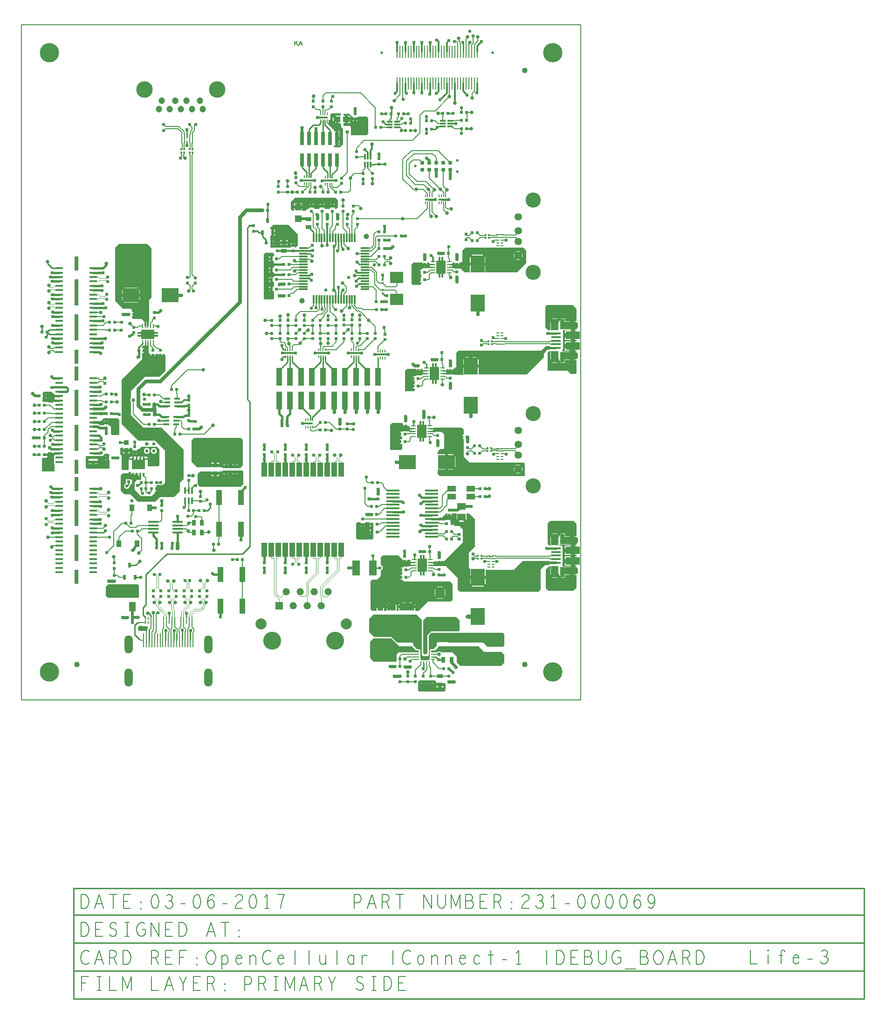
<source format=gbr>
G04 ================== begin FILE IDENTIFICATION RECORD ==================*
G04 Layout Name:  OC_Connect-1_DEBUG_Life-3.brd*
G04 Film Name:    L1.gbr*
G04 File Format:  Gerber RS274X*
G04 File Origin:  Cadence Allegro 16.6-2015-S065*
G04 Origin Date:  Mon Mar 06 16:55:43 2017*
G04 *
G04 Layer:  VIA CLASS/TOP*
G04 Layer:  PIN/TOP*
G04 Layer:  ETCH/TOP*
G04 Layer:  DRAWING FORMAT/L1*
G04 Layer:  DRAWING FORMAT/FILM_LABEL_OUTLINE*
G04 Layer:  BOARD GEOMETRY/OUTLINE*
G04 *
G04 Offset:    (0.000 0.000)*
G04 Mirror:    No*
G04 Mode:      Positive*
G04 Rotation:  0*
G04 FullContactRelief:  No*
G04 UndefLineWidth:     6.000*
G04 ================== end FILE IDENTIFICATION RECORD ====================*
%FSLAX25Y25*MOIN*%
%IR0*IPPOS*OFA0.00000B0.00000*MIA0B0*SFA1.00000B1.00000*%
%ADD14R,.025X.1*%
%ADD73R,.066929X.07874*%
%ADD65R,.010984X.089488*%
%ADD54R,.11X.055*%
%ADD55R,.055X.11*%
%AMMACRO35*
4,1,20,-.047244,-.03248,
.047244,-.03248,
.047244,-.015354,
.074803,-.015354,
.074803,-.004331,
.047244,-.004331,
.047244,.004331,
.074803,.004331,
.074803,.015354,
.047244,.015354,
.047244,.03248,
-.047244,.03248,
-.047244,.015354,
-.074803,.015354,
-.074803,.004331,
-.047244,.004331,
-.047244,-.004331,
-.074803,-.004331,
-.074803,-.015354,
-.047244,-.015354,
-.047244,-.03248,
0.0*
%
%ADD35MACRO35*%
%AMMACRO82*
4,1,23,-.062008,.035925,
.050071,.035925,
.052666,.035031,
.055067,.0337,
.0572,.031973,
.059001,.029901,
.060415,.027548,
.061398,.024985,
.061922,.022291,
.062008,.020645,
.062008,.000397,
.061769,-.002338,
.061058,-.004989,
.059898,-.007477,
.058324,-.009726,
.056383,-.011667,
.054134,-.013242,
.051646,-.014402,
.048995,-.015112,
.047984,-.015257,
-.034449,-.015257,
-.034449,-.035926,
-.062008,-.035926,
-.062008,.035925,
0.0*
%
%ADD82MACRO82*%
%ADD80R,.068898X.015748*%
%ADD19O,.059X.13*%
%AMMACRO86*
4,1,23,-.062008,-.035926,
.050071,-.035926,
.052666,-.035032,
.055067,-.033701,
.0572,-.031974,
.059001,-.029902,
.060415,-.027549,
.061398,-.024986,
.061922,-.022292,
.062008,-.020646,
.062008,-.000398,
.061769,.002337,
.061058,.004988,
.059898,.007476,
.058324,.009725,
.056383,.011666,
.054134,.013241,
.051646,.014401,
.048995,.015111,
.047984,.015256,
-.034449,.015256,
-.034449,.035925,
-.062008,.035925,
-.062008,-.035926,
0.0*
%
%ADD86MACRO86*%
%ADD46R,.04016X.10315*%
%ADD15R,.025X.185*%
%ADD85C,.108*%
%ADD69R,.019X.008*%
%ADD20R,.008X.019*%
%ADD43C,.128*%
%ADD39C,.11811*%
%ADD12C,.000012*%
%ADD71R,.008661X.014173*%
%ADD47R,.040157X.129921*%
%ADD10C,.137795*%
%ADD44R,.03937X.108268*%
%ADD72R,.008661X.015748*%
%ADD34R,.12X.1*%
%ADD70R,.1X.12*%
%ADD48R,.008661X.019685*%
%ADD67R,.027559X.009843*%
%ADD66R,.009843X.027559*%
%ADD60R,.012X.015*%
%ADD32R,.04X.015*%
%AMMACRO74*
4,1,20,-.03248,.047244,
-.03248,-.047244,
-.015354,-.047244,
-.015354,-.074803,
-.004331,-.074803,
-.004331,-.047244,
.004331,-.047244,
.004331,-.074803,
.015354,-.074803,
.015354,-.047244,
.03248,-.047244,
.03248,.047244,
.015354,.047244,
.015354,.074803,
.004331,.074803,
.004331,.047244,
-.004331,.047244,
-.004331,.074803,
-.015354,.074803,
-.015354,.047244,
-.03248,.047244,
0.0*
%
%ADD74MACRO74*%
%ADD26R,.017X.05*%
%ADD21R,.05X.07*%
%ADD62R,.039X.012*%
%ADD61R,.012X.039*%
%ADD45R,.043X.028*%
%ADD33R,.038X.032*%
%ADD25R,.028X.043*%
%ADD11C,.04*%
%ADD24R,.075X.015*%
%ADD56R,.059X.051*%
%ADD16C,.024*%
%ADD41C,.052*%
%ADD18C,.025*%
%ADD13R,.057X.018*%
%ADD84C,.053*%
%ADD68R,.075X.055*%
%ADD27R,.02X.02*%
%ADD57R,.095X.018*%
%ADD17R,.021X.021*%
%ADD40R,.052X.052*%
%ADD83R,.053X.053*%
%ADD58R,.094X.079*%
%ADD36R,.011024X.033465*%
%ADD75R,.033465X.011024*%
%ADD42C,.079*%
%ADD37R,.011811X.011811*%
%ADD38C,.047244*%
%ADD50C,.03937*%
%ADD23R,.023622X.033465*%
%ADD77C,.030984*%
%ADD64C,.01969*%
%ADD59R,.011811X.062992*%
%ADD51R,.062992X.011811*%
%ADD31R,.035827X.048031*%
%ADD63R,.045276X.043307*%
%ADD52R,.047244X.047244*%
%ADD81R,.098425X.056102*%
%ADD78C,.019685*%
%ADD28R,.016535X.017717*%
%ADD49R,.055118X.015748*%
%ADD79R,.055118X.07874*%
%ADD76R,.059055X.03937*%
%ADD29R,.016535X.027559*%
%ADD53R,.029134X.094488*%
%ADD22R,.011X.102*%
%ADD30R,.093307X.066929*%
%ADD87C,.006*%
%ADD88C,.008*%
%ADD89C,.009*%
%ADD90C,.0054*%
%ADD91C,.0055*%
%ADD92C,.00445*%
%ADD93C,.01*%
%ADD94C,.011*%
%ADD95C,.02*%
%ADD96C,.03*%
%ADD97C,.012*%
%ADD98C,.022*%
%ADD99C,.015*%
%ADD100C,.016*%
%ADD101C,.018*%
%ADD105R,.076934X.088744*%
%ADD103R,.130004X.110004*%
%ADD102C,.044004*%
%ADD106R,.063004X.063004*%
%ADD104R,.053004X.038004*%
G75*
%LPD*%
G75*
G36*
G01X62600Y165500D02*
X46800D01*
X45900Y166400D01*
Y174100D01*
X46300Y174500D01*
X48018D01*
Y168675D01*
X54718D01*
Y174500D01*
X58100D01*
X59700Y176100D01*
X61900D01*
X62800Y175200D01*
Y174450D01*
X60030D01*
Y171350D01*
X62800D01*
Y165700D01*
X62600Y165500D01*
G37*
G36*
G01X23500Y163500D02*
X15000D01*
X14500Y164000D01*
Y172300D01*
X15100Y172900D01*
X17600D01*
X18500Y173800D01*
Y176500D01*
X19000Y177000D01*
X22000D01*
X23500Y175500D01*
Y174925D01*
X23418D01*
Y168375D01*
X23500D01*
Y163500D01*
G37*
G36*
G01X70000Y190000D02*
X69500Y189500D01*
X65000D01*
X64000Y190500D01*
Y195500D01*
X63000Y196500D01*
X62050D01*
Y199620D01*
X58950D01*
Y196500D01*
X56046D01*
X55471Y197075D01*
X54718D01*
Y199175D01*
X55718D01*
Y199500D01*
X56500D01*
X58500Y201500D01*
X69000D01*
X70000Y200500D01*
Y190000D01*
G37*
G36*
G01X22000Y212500D02*
X21700Y212800D01*
X18934D01*
Y213125D01*
X15575D01*
X15000Y213700D01*
Y215725D01*
X17934D01*
Y218825D01*
X15000D01*
Y219500D01*
X16000Y220500D01*
X21500D01*
X23000Y219000D01*
X23418D01*
Y218775D01*
X23718D01*
Y213425D01*
X22718D01*
Y212500D01*
X22000D01*
G37*
G36*
G01X88818Y49300D02*
X88718Y49400D01*
X84118D01*
X83218Y50300D01*
Y50400D01*
X83118Y50500D01*
Y51900D01*
X84368Y53150D01*
X86268D01*
X86618Y52800D01*
X89818D01*
X90318Y52300D01*
Y51039D01*
G03X89938Y50120I921J-918D01*
G01Y49820D01*
X89818Y49700D01*
Y49300D01*
X88818D01*
G37*
G36*
G01X83818Y82000D02*
Y73600D01*
X83218Y73000D01*
X62018D01*
X60418Y74600D01*
Y80900D01*
X62118Y82600D01*
X83218D01*
X83818Y82000D01*
G37*
G36*
G01X125818Y161700D02*
X127618Y163500D01*
X135818D01*
Y160047D01*
X141118D01*
Y163500D01*
X144118D01*
X144226Y163608D01*
G02X144568Y163467I141J-141D01*
G01Y161480D01*
X147668D01*
Y164100D01*
X151068D01*
Y161480D01*
X154168D01*
Y164100D01*
X157818D01*
X158718Y163200D01*
Y154218D01*
X157000Y152500D01*
X127500D01*
X126502Y153498D01*
X126499Y153577D01*
G03X125818Y155004I-1999J-77D01*
G01Y161700D01*
G37*
G36*
G01X80470Y154500D02*
G02X80859Y154008I0J-400D01*
G03X81000Y152583I2141J-507D01*
G01Y150500D01*
X85700Y145800D01*
X86674D01*
G03X86726I26J2000D01*
G01X92900D01*
X95500Y148400D01*
Y149500D01*
X98000D01*
Y152500D01*
X96462D01*
G02X96179Y153183I0J400D01*
G01X96696Y153700D01*
X98300D01*
Y153740D01*
X98548D01*
X98591Y153718D01*
G03X100509Y153773I909J1782D01*
G01X100555Y153800D01*
X100900D01*
X102500Y155400D01*
Y178500D01*
X95500Y185500D01*
X83500D01*
X71600Y197400D01*
Y203328D01*
G03Y205072I-1800J872D01*
G01Y229147D01*
X83953Y241500D01*
X84000D01*
X86318Y243818D01*
Y248150D01*
X89138D01*
Y251250D01*
X86318D01*
Y252500D01*
X87051Y253233D01*
X87831D01*
Y253533D01*
X90612D01*
Y252578D01*
X91100Y252090D01*
Y248400D01*
X92000Y247500D01*
X92368D01*
Y244680D01*
X95468D01*
Y247500D01*
X97868D01*
Y244680D01*
X100968D01*
Y247500D01*
X101900D01*
X103000Y246400D01*
Y235414D01*
X98640Y231054D01*
X88304D01*
X78250Y221000D01*
Y215974D01*
G03X78175Y213117I1700J-1474D01*
G01Y203715D01*
X78250Y203640D01*
Y203550D01*
X87200Y194600D01*
X100400D01*
X116000Y179000D01*
Y158000D01*
X113200Y155200D01*
Y149200D01*
X108900Y144900D01*
X100147D01*
G03X100090I-29J-2400D01*
G01X99000D01*
X95900Y141800D01*
X83200D01*
X78000Y147000D01*
X73700D01*
X71100Y149600D01*
Y160800D01*
X72300Y162000D01*
X76000D01*
X77000Y163000D01*
X78334D01*
Y159110D01*
X85500D01*
Y157500D01*
X81500D01*
X78300Y157500D01*
Y157800D01*
X74700D01*
Y154778D01*
X74582Y154725D01*
G03X77399Y152970I818J-1825D01*
G01X77396Y153057D01*
X77800Y153461D01*
Y154200D01*
X78300D01*
Y154500D01*
X80470D01*
G37*
G36*
G01X72300Y164400D02*
X71500Y165200D01*
Y174600D01*
X70500Y175600D01*
Y180000D01*
X71000Y180500D01*
X72600D01*
Y176400D01*
X77400D01*
Y180500D01*
X78500D01*
X79200Y179800D01*
Y179200D01*
X79500D01*
Y176000D01*
X82500D01*
Y179200D01*
X82800D01*
Y179500D01*
X84000D01*
X85500Y181000D01*
X88469D01*
G03X90531I1031J2000D01*
G01X93583D01*
G03X95417I917J2000D01*
G01X97000D01*
X98500Y179500D01*
Y168000D01*
X97500Y167000D01*
X90700D01*
X90300Y167400D01*
Y173100D01*
X89500Y173900D01*
X77900D01*
X76500Y172500D01*
Y164500D01*
X76379D01*
X76278Y164400D01*
X72300D01*
G37*
G36*
G01X144568Y166616D02*
G02X143885Y166333I-400J0D01*
G01X143818Y166400D01*
X141118D01*
Y169753D01*
X135818D01*
Y166400D01*
X125600D01*
X121759Y170241D01*
Y185859D01*
X123200Y187300D01*
X157018D01*
X158418Y185900D01*
Y167600D01*
X156518Y165700D01*
X154168D01*
Y168320D01*
X151068D01*
Y165700D01*
X147668D01*
Y168320D01*
X144568D01*
Y166616D01*
G37*
G36*
G01X87500Y270500D02*
Y270718D01*
X85818Y272400D01*
X79818D01*
X79018Y273200D01*
Y274250D01*
X81738D01*
Y277350D01*
X79018D01*
Y279000D01*
X78318Y279700D01*
X72418D01*
X66818Y285300D01*
Y323200D01*
X69718Y326100D01*
X89900D01*
X93000Y323000D01*
Y287782D01*
X91200Y285982D01*
Y270924D01*
X90776Y270500D01*
X87500D01*
G37*
G36*
G01X173993Y286405D02*
X173308Y287090D01*
Y318805D01*
X174320Y319817D01*
X179884D01*
X180595Y319106D01*
Y317250D01*
X180438D01*
Y316950D01*
X176998D01*
Y313850D01*
X180438D01*
Y313550D01*
X180595D01*
Y309250D01*
X180438D01*
Y308950D01*
X176998D01*
Y305850D01*
X180438D01*
Y305550D01*
X180595D01*
Y302450D01*
X180438D01*
Y302150D01*
X176998D01*
Y299050D01*
X180438D01*
Y298750D01*
X180595D01*
Y295650D01*
X180438D01*
Y295350D01*
X176998D01*
Y292250D01*
X180438D01*
Y291950D01*
X180595D01*
Y287131D01*
X179869Y286405D01*
X173993D01*
G37*
G36*
G01X178100Y323500D02*
X177800Y323800D01*
Y325150D01*
X180338D01*
Y328250D01*
X177800D01*
Y331991D01*
X181440D01*
Y336338D01*
X177800D01*
Y337400D01*
X180100Y339700D01*
X191095D01*
X197718Y333077D01*
Y325000D01*
X196218Y323500D01*
X195768D01*
Y326484D01*
X192668D01*
Y323500D01*
X178100D01*
G37*
G36*
G01X202922Y349678D02*
X202800Y349800D01*
X200680D01*
Y355096D01*
X194956D01*
Y349800D01*
X193744D01*
X192644Y350900D01*
Y355925D01*
X195719Y359000D01*
X224718D01*
X226317Y357401D01*
Y352494D01*
X224823Y351000D01*
X224268D01*
Y351280D01*
X223968D01*
Y354720D01*
X220868D01*
Y351280D01*
X220568D01*
Y351000D01*
X216768D01*
Y351280D01*
X216468D01*
Y354720D01*
X213368D01*
Y351280D01*
X213068D01*
Y351000D01*
X209268D01*
Y351280D01*
X208968D01*
Y354720D01*
X205868D01*
Y351280D01*
X205568D01*
Y351000D01*
X204244D01*
X202922Y349678D01*
G37*
G36*
G01X268218Y28000D02*
X267718Y27500D01*
X251718D01*
X249218Y30000D01*
Y41500D01*
X251718Y44000D01*
X264586D01*
X268387Y40200D01*
X268518D01*
X270218Y38500D01*
X279218D01*
X282218Y35500D01*
X284086D01*
X284318Y35268D01*
Y34108D01*
X280928D01*
Y34000D01*
X269718D01*
X268218Y32500D01*
Y28000D01*
G37*
G36*
G01X290718Y31500D02*
X291218Y32000D01*
Y46368D01*
X292850Y48000D01*
X344118D01*
X345418Y46700D01*
Y39100D01*
X344318Y38000D01*
X333218D01*
X330018Y41200D01*
X329918Y41100D01*
X305118D01*
X304718Y41500D01*
X297718D01*
X296918Y40700D01*
Y38700D01*
X294718Y36500D01*
X292818D01*
X292395Y36077D01*
X291952D01*
Y29234D01*
X291218Y28500D01*
X286218D01*
X285284Y29434D01*
Y36077D01*
X284641D01*
X284218Y36500D01*
X282718D01*
X280218Y39000D01*
Y40500D01*
X279718Y41000D01*
X268718D01*
X264718Y45000D01*
X252218D01*
X248718Y48500D01*
Y58000D01*
X251718Y61000D01*
X282718D01*
X286218Y57500D01*
Y32500D01*
X287218Y31500D01*
X290718D01*
G37*
G36*
G01X256800Y96473D02*
Y102000D01*
X258200Y103400D01*
X269418D01*
X272468Y100350D01*
Y97480D01*
X275568D01*
Y100200D01*
X276318D01*
X276418Y100300D01*
X276918D01*
X277018Y100200D01*
X277818D01*
X278351Y99667D01*
Y98987D01*
X278400D01*
Y96206D01*
X277996D01*
X277090Y95300D01*
X273200D01*
X272650Y94750D01*
X269598D01*
Y91650D01*
X272218D01*
Y89250D01*
X269598D01*
Y86150D01*
X272218D01*
Y85900D01*
X273418Y84700D01*
Y84603D01*
X306597D01*
X308300Y82900D01*
Y71800D01*
X307000Y70500D01*
X290718D01*
X283818Y63600D01*
X281718D01*
Y69853D01*
X269718D01*
Y63600D01*
X268168D01*
Y69487D01*
X261268D01*
Y63600D01*
X259368D01*
Y67353D01*
X254068D01*
Y63600D01*
X251000D01*
X249718Y64882D01*
Y85118D01*
X250500Y85900D01*
X254400D01*
X256800Y88300D01*
Y92527D01*
X256949Y92567D01*
G03Y96433I-513J1933D01*
G01X256800Y96473D01*
G37*
G36*
G01X239918Y114800D02*
X239118Y115600D01*
Y126100D01*
X240018Y127000D01*
X242468D01*
Y123980D01*
X245568D01*
Y127000D01*
X248998D01*
Y124150D01*
X251618D01*
Y121650D01*
X248998D01*
Y118550D01*
X251618D01*
Y115700D01*
X250718Y114800D01*
X239918D01*
G37*
G36*
G01X280600Y220700D02*
X274600D01*
X274218Y221082D01*
Y235200D01*
X275718Y236700D01*
X282168D01*
Y233780D01*
X285268D01*
Y236700D01*
X287051D01*
Y235887D01*
X287100D01*
Y233106D01*
X286796D01*
X285890Y232200D01*
X281900D01*
X281218Y231518D01*
Y231350D01*
X278298D01*
Y228250D01*
X281218D01*
Y225850D01*
X278298D01*
Y222750D01*
X281218D01*
Y221318D01*
X280600Y220700D01*
G37*
G36*
G01X276068Y195884D02*
G02X276751Y196167I400J0D01*
G01X277851Y195067D01*
Y194787D01*
X278100D01*
Y192200D01*
X272318D01*
X271868Y191750D01*
X269098D01*
Y188650D01*
X271568D01*
X272118Y188100D01*
Y186250D01*
X269098D01*
Y183150D01*
X272118D01*
Y179500D01*
X271318Y178700D01*
X264318D01*
X263518Y179500D01*
Y196400D01*
X265018Y197900D01*
X272218D01*
X272968Y197150D01*
Y194280D01*
X276068D01*
Y195884D01*
G37*
G36*
G01X224300Y394900D02*
X223414Y395786D01*
Y396285D01*
X227414D01*
Y406734D01*
X223414D01*
Y407734D01*
X222900D01*
Y407900D01*
X218982Y411818D01*
Y412496D01*
X219539D01*
Y414478D01*
G02X219881Y414619I200J0D01*
G01X219900Y414600D01*
X220700D01*
X221000Y414900D01*
Y418700D01*
X221800Y419500D01*
X228000D01*
X228488Y419012D01*
X228385Y418766D01*
X228382D01*
Y417766D01*
X222689D01*
Y412434D01*
X228382D01*
Y411434D01*
X228700D01*
Y409400D01*
X229800Y408300D01*
Y397000D01*
X227700Y394900D01*
X224300D01*
G37*
G36*
G01X246700Y403600D02*
X236000D01*
X235600Y404000D01*
Y409600D01*
X234900Y410300D01*
X230300D01*
X230200Y410400D01*
Y412434D01*
X234911D01*
Y417766D01*
X230200D01*
Y418600D01*
X230600Y419000D01*
X234600D01*
X236500Y417100D01*
X237050D01*
Y413680D01*
X240150D01*
Y417100D01*
X246800D01*
X248100Y415800D01*
Y405000D01*
X246700Y403600D01*
G37*
G36*
G01X284718Y6000D02*
X283718Y7000D01*
Y13000D01*
X284718Y14000D01*
X285668D01*
Y11580D01*
X288768D01*
Y14000D01*
X291168D01*
Y11580D01*
X294268D01*
Y14000D01*
X295500D01*
X296568Y12932D01*
Y9147D01*
X301868D01*
Y11884D01*
G02X302551Y12167I400J0D01*
G01X303218Y11500D01*
Y7000D01*
X302218Y6000D01*
X284718D01*
G37*
G36*
G01X296308Y34000D02*
Y34108D01*
X293110D01*
X293018Y34200D01*
Y35300D01*
X293218Y35500D01*
X295718D01*
X298618Y38400D01*
X327018D01*
X331018Y34400D01*
X343418D01*
X345318Y32500D01*
Y26800D01*
X343018Y24500D01*
X313500D01*
X311118Y26882D01*
Y31000D01*
X308118Y34000D01*
X300392D01*
G03X297045I-1674J-1184D01*
G01X296308D01*
G37*
G36*
G01X312618Y49200D02*
X292918D01*
X290218Y46500D01*
Y33500D01*
X289314Y32596D01*
X288122D01*
X287218Y33500D01*
Y44473D01*
G03Y44527I-2000J27D01*
G01Y47973D01*
G03Y48027I-2000J27D01*
G01Y57000D01*
X289718Y59500D01*
X310718D01*
X313218Y57000D01*
Y49800D01*
X312618Y49200D01*
G37*
G36*
G01X369800Y77500D02*
X313700D01*
X312100Y79100D01*
Y87300D01*
X303600Y95800D01*
X301068D01*
Y95820D01*
X295585D01*
Y96482D01*
X294700D01*
Y98287D01*
X295585D01*
Y99500D01*
X296968D01*
Y96880D01*
X300068D01*
Y99500D01*
X302618D01*
X315718Y112600D01*
Y121800D01*
X313118Y124400D01*
X309338D01*
Y127550D01*
X306618D01*
Y127700D01*
X306598Y127720D01*
Y128550D01*
X301498D01*
Y128500D01*
X299448D01*
Y129203D01*
X298448D01*
Y130220D01*
X298748D01*
Y130300D01*
X300518D01*
X303618Y133400D01*
X304468D01*
Y130380D01*
X307568D01*
Y133400D01*
X311268D01*
Y127513D01*
X318168D01*
Y133400D01*
X320318D01*
X324318Y129400D01*
Y109800D01*
X320018Y105500D01*
Y94482D01*
X320818Y93682D01*
Y81200D01*
X331818D01*
Y92900D01*
X352000D01*
X358500Y99400D01*
X377115D01*
X377282Y99233D01*
Y98356D01*
X378282D01*
Y97123D01*
X377264D01*
Y96400D01*
X374518D01*
X371418Y93300D01*
Y79118D01*
X369800Y77500D01*
G37*
G36*
G01X299200Y160000D02*
X297618Y161582D01*
Y164700D01*
X310318D01*
Y175700D01*
X297618D01*
Y177618D01*
X299300Y179300D01*
X301618D01*
X302118Y179800D01*
Y190000D01*
X300618Y191500D01*
X300068D01*
Y191620D01*
X295085D01*
Y192282D01*
X294400D01*
Y194087D01*
X295085D01*
Y194800D01*
X314700D01*
X316118Y193382D01*
Y189750D01*
X313398D01*
Y186650D01*
X316118D01*
Y174000D01*
X320518Y169600D01*
X359100D01*
X359800Y168900D01*
Y160000D01*
X299200D01*
G37*
G36*
G01X309268Y232500D02*
Y232720D01*
X304285D01*
Y233382D01*
X303600D01*
Y235187D01*
X304285D01*
Y236600D01*
X305168D01*
Y233880D01*
X308268D01*
Y236600D01*
X309300D01*
X311100Y238400D01*
Y248400D01*
X312400Y249700D01*
X372018D01*
X373700Y248018D01*
Y245000D01*
X361300Y232600D01*
X326818D01*
Y245200D01*
X315818D01*
Y232500D01*
X309268D01*
G37*
G36*
G01X284900Y296800D02*
X279800D01*
X278918Y297682D01*
Y311200D01*
X280418Y312700D01*
X286868D01*
Y309780D01*
X289968D01*
Y312700D01*
X291751D01*
Y311887D01*
X292000D01*
Y309106D01*
X291396D01*
X290890Y308600D01*
X286818D01*
X285918Y307700D01*
Y307350D01*
X282998D01*
Y304250D01*
X285918D01*
Y301850D01*
X282998D01*
Y298750D01*
X285918D01*
Y297818D01*
X284900Y296800D01*
G37*
G36*
G01X316918Y305800D02*
X314418Y308300D01*
X309511D01*
X308704Y309106D01*
X308000D01*
Y311887D01*
X308285D01*
Y312567D01*
X308318Y312600D01*
X309868D01*
Y309880D01*
X312968D01*
Y312700D01*
X314300D01*
X315300Y313700D01*
Y321500D01*
X317307Y323507D01*
X325082D01*
X325118Y323500D01*
X338740D01*
Y323489D01*
X345292D01*
Y323500D01*
X358800D01*
X360800Y321500D01*
Y312400D01*
X354200Y305800D01*
X331618D01*
Y318300D01*
X320618D01*
Y305800D01*
X316918D01*
G37*
G36*
G01X396520Y89448D02*
G02X397000Y89056I80J-392D01*
G01Y80482D01*
X394718Y78200D01*
X376718D01*
X375018Y79900D01*
Y93400D01*
X377218Y95600D01*
X378164D01*
Y87349D01*
X388534D01*
Y89416D01*
X396303D01*
G03X396520Y89448I-198J2066D01*
G37*
G36*
G01X397000Y95472D02*
X396769D01*
X396739Y95482D01*
G03X396543Y95534I-633J-1976D01*
G01X386935D01*
G02X386794Y95876I0J200D01*
G01X387018Y96100D01*
Y109600D01*
X386218Y110400D01*
X384676D01*
Y110872D01*
X396543D01*
G03X396739Y110925I-438J2028D01*
G01X396769Y110934D01*
X397000D01*
Y110298D01*
X388715D01*
Y103687D01*
X397000D01*
Y102719D01*
X388715D01*
Y96109D01*
X397000D01*
Y95472D01*
G37*
G36*
G01X396303Y116991D02*
X388534D01*
Y119058D01*
X378164D01*
Y110400D01*
X377518D01*
X376418Y111500D01*
Y126300D01*
X378218Y128100D01*
X394818D01*
X397000Y125918D01*
Y117350D01*
G02X396520Y116958I-400J0D01*
G03X396303Y116991I-415J-2033D01*
G37*
G36*
G01X393000Y233000D02*
X390500Y235500D01*
X376118D01*
Y248100D01*
X377318Y249300D01*
X378164D01*
Y240949D01*
X388534D01*
Y243016D01*
X396303D01*
G03X396520Y243048I-198J2066D01*
G02X397000Y242656I80J-392D01*
G01Y234182D01*
X395818Y233000D01*
X393000D01*
G37*
G36*
G01X397000Y249072D02*
X396769D01*
X396739Y249082D01*
G03X396543Y249134I-633J-1976D01*
G01X386918D01*
G02X386635Y249817I0J400D01*
G01X387118Y250300D01*
Y264000D01*
X386987Y264131D01*
G02X387129Y264472I141J141D01*
G01X396543D01*
G03X396739Y264525I-438J2028D01*
G01X396769Y264534D01*
X397000D01*
Y263898D01*
X388715D01*
Y257287D01*
X397000D01*
Y256319D01*
X388715D01*
Y249709D01*
X397000D01*
Y249072D01*
G37*
G36*
G01X376618Y264300D02*
X374618Y266300D01*
Y281300D01*
X375718Y282400D01*
X394418D01*
X397000Y279818D01*
Y270950D01*
G02X396520Y270558I-400J0D01*
G03X396303Y270591I-415J-2033D01*
G01X388534D01*
Y272658D01*
X378164D01*
Y264300D01*
X376618D01*
G37*
%LPC*%
G75*
G54D105*
X299218Y76811D03*
G54D103*
X78418Y289500D03*
G54D102*
X89500Y178000D03*
X94500D03*
G54D106*
X355118Y165100D03*
Y317800D03*
G54D104*
X187718Y327017D03*
%LPD*%
G75*
G54D100*
G01X291218Y357800D02*
X295974D01*
G01X301018D02*
X305774D01*
G54D101*
G01X107649Y108300D02*
X107681Y108332D01*
Y111902D01*
X107780Y112000D01*
G01X100387Y108300D02*
Y111902D01*
X100288Y112000D01*
G01X100118Y139070D02*
Y142500D01*
G01X96450Y108800D02*
Y111902D01*
X96548Y112000D01*
G01X91348Y211500D02*
X87718D01*
G01X91348Y204000D02*
X87918D01*
G01X119718Y214468D02*
Y217500D01*
G01X124218Y199000D02*
X123687Y199532D01*
X119816D01*
X119718Y199630D01*
G01X95187Y204000D02*
X95088D01*
G01X95187D02*
X98618D01*
X100318Y202300D01*
G01X99087Y210200D02*
X98718D01*
X97418Y211500D01*
X95088D01*
G01X119620Y210532D02*
X119718Y210630D01*
G01X119620Y210532D02*
X119718D01*
Y207000D01*
G01X115650Y202300D02*
X116818Y203468D01*
X119620D01*
X119718Y203370D01*
G01X119620Y210532D02*
X116818D01*
X116487Y210200D01*
G01X119718Y207000D02*
Y203370D01*
G01X191992Y214100D02*
Y204600D01*
X190087Y202694D01*
Y199698D01*
X189988Y199600D01*
G01X187448Y304200D02*
X184750D01*
X184456Y303906D01*
X179835D01*
G01X187448Y311253D02*
X184750D01*
X184737Y311265D01*
X179401D01*
G01X265639Y134480D02*
X273243D01*
X273247Y134484D01*
G01X248618Y143800D02*
X248688Y143730D01*
X254818D01*
G01X274618Y331700D02*
X271488D01*
G01X259488Y328700D02*
X262918D01*
G01X259587Y338600D02*
Y334798D01*
X259488Y334700D01*
G01X293198Y124243D02*
X286575D01*
X285618Y125200D01*
G01X293198Y142157D02*
X287275D01*
X285518Y140400D01*
G01X293198Y144716D02*
X286402D01*
X284718Y146400D01*
G01X302648Y129361D02*
X293198D01*
G01X334596Y145655D02*
X334369Y145428D01*
X331576D01*
G01X334579Y151155D02*
X334352Y150928D01*
X331576D01*
G54D10*
X20000Y20000D03*
Y462677D03*
X380000Y20000D03*
Y462677D03*
G54D11*
X39718Y25300D03*
X360000D03*
Y450000D03*
G54D20*
X121855Y58426D03*
X119887D03*
X117918D03*
X115949D03*
X113981D03*
Y55374D03*
X115949D03*
X117918D03*
X119887D03*
X121855D03*
X88509D03*
X90477D03*
X92446D03*
X94415D03*
X96383D03*
Y58426D03*
X94415D03*
X92446D03*
X90477D03*
X88509D03*
X101745Y55374D03*
X103713D03*
X105682D03*
X107651D03*
X109619D03*
Y58426D03*
X107651D03*
X105682D03*
X103713D03*
X101745D03*
X122355Y402203D03*
X120387D03*
X118418D03*
X116449D03*
X114481D03*
Y399151D03*
X116449D03*
X118418D03*
X120387D03*
X122355D03*
G54D30*
X83500Y168272D03*
G54D21*
X79418Y76800D03*
Y66800D03*
G54D12*
X47218Y84875D03*
Y315125D03*
G54D22*
X87302Y42559D03*
X89270D03*
X91239D03*
X93207D03*
X95176D03*
X97144D03*
X99113D03*
X101081D03*
X103050D03*
X105018D03*
X106987D03*
X108955D03*
X110924D03*
X112892D03*
X114861D03*
X116829D03*
X118798D03*
X120766D03*
X122735D03*
G54D31*
X82555Y111800D03*
X69681D03*
X91755Y137300D03*
X78881D03*
G54D40*
X184218Y67500D03*
G54D13*
X51368Y94475D03*
Y97625D03*
Y100775D03*
X27068D03*
Y97625D03*
Y94475D03*
Y91325D03*
X51368D03*
Y103925D03*
X27068D03*
Y107075D03*
X51368D03*
Y116525D03*
Y110225D03*
Y113375D03*
X27068Y135425D03*
Y132275D03*
Y129125D03*
Y125975D03*
Y122825D03*
Y119675D03*
X51368D03*
Y122825D03*
Y125975D03*
Y129125D03*
Y132275D03*
Y135425D03*
X27068Y116525D03*
Y113375D03*
Y110225D03*
Y151175D03*
X51368D03*
X27068Y148025D03*
Y144875D03*
Y141725D03*
Y138575D03*
X51368D03*
Y141725D03*
Y144875D03*
Y148025D03*
Y173225D03*
Y170075D03*
X27068D03*
Y173225D03*
X51368Y195275D03*
Y192125D03*
Y188975D03*
Y185825D03*
Y182675D03*
Y179525D03*
Y176375D03*
X27068D03*
Y179525D03*
Y182675D03*
Y185825D03*
Y188975D03*
Y192125D03*
Y195275D03*
X51368Y226775D03*
Y223625D03*
Y220475D03*
Y217325D03*
Y214175D03*
Y211025D03*
Y207875D03*
Y204725D03*
Y201575D03*
Y198425D03*
X27068D03*
Y201575D03*
Y204725D03*
Y207875D03*
Y211025D03*
Y214175D03*
Y217325D03*
Y220475D03*
Y223625D03*
Y226775D03*
X51368Y229925D03*
X27068D03*
Y274025D03*
Y270875D03*
Y267725D03*
Y264575D03*
Y261425D03*
Y258275D03*
Y255125D03*
Y251975D03*
Y248825D03*
Y305525D03*
Y302375D03*
Y299225D03*
Y296075D03*
Y292925D03*
Y289775D03*
Y286625D03*
Y283475D03*
Y280325D03*
Y277175D03*
Y308675D03*
X51368Y248825D03*
Y251975D03*
Y255125D03*
Y258275D03*
Y261425D03*
Y264575D03*
Y267725D03*
Y270875D03*
Y274025D03*
Y277175D03*
Y280325D03*
Y283475D03*
Y286625D03*
Y289775D03*
Y292925D03*
Y296075D03*
Y299225D03*
Y302375D03*
Y305525D03*
Y308675D03*
G54D23*
X73678Y87565D03*
X81158D03*
X77418Y96226D03*
X172278Y334165D03*
X179758D03*
X176018Y342826D03*
G54D50*
X200549Y285231D03*
X246687Y331369D03*
G54D41*
X189218Y77500D03*
X194218Y67500D03*
X199218Y77500D03*
X204218Y67500D03*
X209218Y77500D03*
X214218Y67500D03*
X219218Y77500D03*
G54D32*
X110718Y202300D03*
Y199740D03*
Y197180D03*
X103718D03*
Y199740D03*
Y202300D03*
X104218Y210200D03*
Y212760D03*
Y215320D03*
X111218D03*
Y212760D03*
Y210200D03*
G54D14*
X39218Y88000D03*
Y154500D03*
Y166750D03*
Y233250D03*
Y245500D03*
Y312000D03*
G54D51*
X201571Y293536D03*
Y295505D03*
Y297473D03*
Y299442D03*
Y301410D03*
Y303379D03*
Y305347D03*
Y307316D03*
Y309284D03*
Y311253D03*
Y313221D03*
Y315190D03*
Y317158D03*
Y319127D03*
Y321095D03*
Y323064D03*
X245665Y319127D03*
Y317158D03*
Y315190D03*
Y313221D03*
Y311253D03*
Y309284D03*
Y307316D03*
Y305347D03*
Y303379D03*
Y301410D03*
Y299442D03*
Y297473D03*
Y295505D03*
Y293536D03*
Y323064D03*
Y321095D03*
G54D42*
X171226Y54508D03*
X232210D03*
G54D24*
X94118Y119700D03*
Y122260D03*
Y124820D03*
Y127380D03*
X111618D03*
Y124820D03*
Y122260D03*
Y119700D03*
G54D33*
X75000Y178500D03*
Y184100D03*
G54D60*
X258318Y293000D03*
Y290600D03*
Y298000D03*
Y300400D03*
G54D15*
X39218Y108750D03*
Y133750D03*
Y187500D03*
Y212500D03*
Y266250D03*
Y291250D03*
G54D52*
X197818Y352234D03*
Y343966D03*
G54D16*
X39218Y88000D03*
Y166750D03*
Y154500D03*
Y133750D03*
Y108750D03*
X21000Y152500D03*
Y148500D03*
X21500Y144875D03*
X22000Y135500D03*
Y132000D03*
Y123000D03*
Y119500D03*
X56300Y141700D03*
X56550Y138450D03*
X56300Y129100D03*
X56400Y125900D03*
X9000Y175500D03*
X60000Y120900D03*
X57500Y173000D03*
X21000Y168000D03*
Y171500D03*
X17000D03*
X17532Y125480D03*
Y129620D03*
X39218Y245500D03*
X56736Y247700D03*
X39218Y233250D03*
Y212500D03*
Y187500D03*
X21500Y223500D03*
X22225Y182662D03*
X19787Y180293D03*
X60250Y209250D03*
X56350Y223850D03*
X56400Y220475D03*
X57000Y185825D03*
X56876Y176845D03*
X21500Y231000D03*
X22100Y193000D03*
X59500Y226500D03*
X56945Y211315D03*
X20500Y215000D03*
Y218500D03*
X20503Y185594D03*
X59000Y183000D03*
X39218Y266250D03*
Y291250D03*
Y312000D03*
X22218Y255250D03*
Y258400D03*
Y267850D03*
Y274150D03*
Y277300D03*
X22000Y286625D03*
Y289775D03*
Y299350D03*
X57736Y255500D03*
X57836Y251700D03*
X58218Y270875D03*
Y283475D03*
X60436Y280325D03*
X57736Y292800D03*
X57626Y296198D03*
X58218Y305525D03*
X22000Y305500D03*
X20600Y302375D03*
X59037Y274175D03*
X17500Y259500D03*
X103118Y49659D03*
X109118Y49700D03*
X114918Y50100D03*
X121018Y49659D03*
X72250Y59000D03*
X62218Y85032D03*
X85153Y87565D03*
X117918Y62200D03*
X105682Y62000D03*
X94798Y89700D03*
X98938D03*
X116917Y85299D03*
X120333D03*
X97716Y62390D03*
X84518Y51500D03*
X88218Y51600D03*
X79387Y55432D03*
X73718Y75700D03*
X73618Y80500D03*
X69318Y75800D03*
X69418Y80500D03*
X65100D03*
X100387Y108300D03*
X107649D03*
X111618Y131282D03*
X69000Y173000D03*
X99500Y155500D03*
X86700Y147800D03*
X75400Y152900D03*
X116400Y137800D03*
X124500Y153500D03*
X61000Y105500D03*
X124500Y131000D03*
X111618Y108300D03*
X73500Y166500D03*
X79000Y142500D03*
X95500Y137500D03*
X96450Y108800D03*
X83000Y153500D03*
X132500Y143000D03*
X62800Y116300D03*
X91200Y148100D03*
X119000Y131500D03*
X119718Y217500D03*
X124218Y199000D03*
X87918Y204000D03*
X87718Y211500D03*
X87818Y215100D03*
X83218Y244900D03*
X60500Y190500D03*
X69800Y204200D03*
X70500Y184000D03*
X81000Y184500D03*
X98218Y199740D03*
X128500Y195000D03*
X95187Y207500D03*
X99418Y242932D03*
X93918D03*
X66500Y195000D03*
Y199000D03*
X89500Y178000D03*
X94500D03*
Y183000D03*
X93518Y259500D03*
X93818Y263500D03*
X87018D03*
X87118Y259700D03*
X90418Y261500D03*
X114418Y289500D03*
X99500Y278300D03*
X72618Y275800D03*
X61000Y286500D03*
Y290000D03*
X61500Y299000D03*
Y302500D03*
X77418Y259900D03*
X71300Y264250D03*
X71600Y270000D03*
X122968Y292450D03*
X97718Y266900D03*
X84418Y307100D03*
X89418Y312500D03*
X84218Y312700D03*
X113500Y387500D03*
X118418Y407677D03*
Y396400D03*
X101557Y411443D03*
X120242Y411206D03*
X101557Y407151D03*
X124534Y411206D03*
X136500Y90500D03*
X142126Y59500D03*
X203700Y91000D03*
X173700D03*
X194090Y97100D03*
X198400D03*
X151000Y100500D03*
X154218Y156400D03*
X149218D03*
X144218D03*
X139218D03*
X134218D03*
X160100Y152200D03*
X156874Y114500D03*
X135000Y140000D03*
X203718Y171900D03*
X188718D03*
X134418Y173000D03*
X149418D03*
X144418D03*
X139418D03*
X173718Y171900D03*
X194036Y174900D03*
X198346D03*
X203700Y182400D03*
X188700D03*
X195961Y247900D03*
X186449D03*
X200962Y197700D03*
X190118Y196200D03*
X173700Y182400D03*
X186150Y196100D03*
X186118Y243500D03*
X179036Y177500D03*
X183346D03*
X184150Y289200D03*
X184250Y297200D03*
X175250Y293800D03*
Y300600D03*
Y307400D03*
Y315400D03*
X179835Y303906D03*
X179401Y311265D03*
X186218Y253400D03*
X200000Y371500D03*
X182087Y326700D03*
X194218Y328232D03*
X187718Y330417D03*
X176118Y354500D03*
X182918Y321100D03*
X183900Y370800D03*
X274218Y23732D03*
X266718Y16968D03*
X263550Y24000D03*
X253800Y29500D03*
X257118D03*
X260218D03*
X256436Y94500D03*
X251320Y103200D03*
X268118Y51500D03*
X254118Y51400D03*
X257618D03*
X261118D03*
X264618Y51500D03*
X250618Y55400D03*
X254118D03*
X274718Y48000D03*
X271218D03*
X267718Y48100D03*
X271200Y44100D03*
X257618Y55400D03*
X267800Y44100D03*
X268618Y102000D03*
X267850Y93200D03*
Y87700D03*
X271318Y72300D03*
X259318D03*
X253318D03*
X271318Y77300D03*
X265318D03*
X259318D03*
X253318D03*
X277318Y82300D03*
X271318D03*
X265318D03*
X259318D03*
X253318D03*
X275718Y73100D03*
X256718Y68853D03*
X264718Y70987D03*
X253300Y41000D03*
X268900Y36500D03*
X265718D03*
X262600D03*
X272100D03*
X259500Y41000D03*
X262600D03*
X265718D03*
X256400D03*
Y36500D03*
X259500D03*
X234000Y94500D03*
X218700Y91000D03*
X247250Y125700D03*
Y120100D03*
X244018Y122232D03*
X246950Y132800D03*
X267818Y170200D03*
X254818Y150768D03*
X273247Y134484D03*
X274000Y106400D03*
X245518Y151500D03*
X246518Y159500D03*
X218718Y171900D03*
X213346Y174900D03*
X209036D03*
X273000Y141000D03*
X218700Y182400D03*
X252662Y247000D03*
X233693Y247900D03*
X262174Y247000D03*
X219583Y247900D03*
X210071D03*
X243205D03*
X274518Y202868D03*
X254984Y205604D03*
X247110D03*
X239236D03*
X231362D03*
X223488D03*
X227518Y200668D03*
X276550Y224300D03*
Y229800D03*
X267350Y190200D03*
X271018Y195700D03*
X237487Y197468D03*
X237318Y193532D03*
X233887Y301900D03*
X260887Y278900D03*
X261249Y288900D03*
X260987Y284700D03*
X258318Y303778D03*
X217718Y293000D03*
X229818Y293100D03*
X239318Y306800D03*
X239618Y295700D03*
X207228Y300038D03*
X207918Y317300D03*
X252218Y311000D03*
X240318Y255100D03*
X226518Y294900D03*
X239118Y299300D03*
X239818Y312950D03*
X207718Y304400D03*
X230718Y274900D03*
X219218Y274700D03*
X239918Y319000D03*
X259418Y266500D03*
X224568Y279150D03*
X207118Y280200D03*
X210736Y280300D03*
X214989Y279471D03*
X215000Y371200D03*
X274618Y331700D03*
X225918Y347168D03*
X218697D03*
X211218Y347200D03*
X222418Y356468D03*
X214918D03*
X207418D03*
X262918Y328700D03*
X259587Y338600D03*
X225918Y321200D03*
X255500Y390500D03*
X244300Y369100D03*
X209700Y371400D03*
X224800Y371300D03*
X260000Y383000D03*
X229818Y322100D03*
X208418Y321300D03*
X223613Y324500D03*
X218718Y325200D03*
X207828Y325190D03*
X265700Y324100D03*
X257532Y418969D03*
X276468Y419032D03*
X211500Y416500D03*
X210457Y408400D03*
X245500Y393500D03*
X267200Y433700D03*
X275400D03*
X238700Y422800D03*
X258500Y413500D03*
X273000Y429500D03*
X271500Y407000D03*
X246000Y410131D03*
X272100Y415600D03*
X222500Y431500D03*
X268698Y470100D03*
X274604D03*
X309218Y13032D03*
X310518Y23500D03*
X290718Y30000D03*
X286718D03*
X287218Y22500D03*
X308552Y19658D03*
X299218Y7647D03*
X292718Y9832D03*
X335718Y26300D03*
X330218Y26200D03*
X317918Y26300D03*
X324718Y26600D03*
X298365Y28700D03*
X286518Y96500D03*
X284618Y99700D03*
X288518Y99600D03*
X284518Y93200D03*
X288518Y93100D03*
X305918Y42900D03*
X305218Y46200D03*
X300218Y46500D03*
X295518Y46200D03*
X338818Y41400D03*
X333418Y41000D03*
X342618Y45500D03*
X338018Y45700D03*
X333118Y45600D03*
X340100Y99000D03*
X331400D03*
X281718Y44500D03*
X285218D03*
X278218Y48000D03*
X285218D03*
X281718D03*
X318818Y59700D03*
X302218Y89432D03*
X292550Y44542D03*
X283318Y72300D03*
Y77300D03*
Y82300D03*
X331918Y31900D03*
X336318Y32100D03*
X346500Y175700D03*
X337600Y175600D03*
X298518Y105513D03*
X285618Y125200D03*
X284718Y146400D03*
X285518Y140400D03*
X285589Y131916D03*
X281234Y103635D03*
X321618Y138400D03*
X285018Y106144D03*
X292018Y109600D03*
X313038Y118500D03*
X322818Y104300D03*
X295318Y233400D03*
X293418Y236600D03*
X297318Y236500D03*
X293400Y229900D03*
X297118Y230200D03*
X287918Y189000D03*
X284100Y188800D03*
X288118Y195300D03*
X284218Y195400D03*
X286118Y192200D03*
X297518Y182032D03*
X318787Y184800D03*
X280018Y240100D03*
X306718Y242469D03*
Y223132D03*
X321318Y202700D03*
X287918Y241500D03*
X280729Y199108D03*
X318918Y180400D03*
X293581Y243300D03*
X287581Y206500D03*
X300618Y248300D03*
X292418Y184200D03*
X300118Y309400D03*
X298218Y312600D03*
X302118Y312500D03*
X297968Y305900D03*
X301918Y306200D03*
X346400Y258400D03*
X337218Y259100D03*
X326118Y275800D03*
X288418Y318368D03*
X311418Y299132D03*
Y318468D03*
X293018Y317600D03*
X298281Y319300D03*
X281250Y300300D03*
Y305800D03*
X329018Y253700D03*
X328918Y257173D03*
X346718Y328626D03*
X337168Y327650D03*
X305774Y357800D03*
X295974D03*
X306618Y372700D03*
X296718Y374300D03*
X289718Y387500D03*
X318017Y329199D03*
X317916Y332894D03*
X305718Y324000D03*
X310706Y412000D03*
X278437Y415500D03*
X289563Y405000D03*
X325776Y434100D03*
X318700Y432500D03*
X299350Y429050D03*
X296600Y433700D03*
X292000Y433000D03*
X286406Y434100D03*
X280500D03*
X289532Y416969D03*
X297294Y409500D03*
X308500Y419500D03*
X314500Y405000D03*
Y423500D03*
X280509Y470100D03*
X286415D03*
X292320D03*
X297100Y471700D03*
X305516Y471484D03*
X315700Y470100D03*
X329000Y470700D03*
X322900Y474700D03*
X320500Y478100D03*
X309700Y470600D03*
X383618Y82600D03*
X378618D03*
X378818Y124100D03*
X383818D03*
X375618Y108300D03*
X395500Y238500D03*
Y234500D03*
X392000Y237500D03*
X388218Y275900D03*
X378218D03*
X383218D03*
X376118Y261900D03*
G54D25*
X123165Y119800D03*
X129071D03*
X123165Y126800D03*
X129071D03*
X301765Y28700D03*
X307671D03*
G54D61*
X249468Y388256D03*
X247500D03*
X245532D03*
Y382744D03*
X247500D03*
X249468D03*
G54D70*
X326318Y87700D03*
Y59700D03*
X321318Y238700D03*
Y210700D03*
X326118Y311800D03*
Y283800D03*
G54D34*
X78418Y289500D03*
X106418D03*
X275818Y170200D03*
X303818D03*
G54D43*
X179218Y42500D03*
X224218D03*
G54D53*
X200457Y386156D03*
Y401510D03*
X225457Y386156D03*
X220457D03*
X215457D03*
X210457D03*
X205457D03*
X225457Y401510D03*
X220457D03*
X215457D03*
X210457D03*
X205457D03*
G54D17*
X12643Y175375D03*
X16384D03*
X12643Y217275D03*
X16384D03*
X12643Y193275D03*
X16384D03*
X12643Y199075D03*
X16384D03*
X12643Y204875D03*
X16384D03*
X12643Y210575D03*
X16384D03*
X12643Y181475D03*
X16384D03*
Y187475D03*
X12643D03*
X18289Y263053D03*
X14548D03*
X75548Y59000D03*
X79288D03*
X127118Y74130D03*
Y77870D03*
X110618Y74130D03*
Y77870D03*
X105118Y74130D03*
Y77870D03*
X121618Y74130D03*
Y77870D03*
X116118Y74130D03*
Y77870D03*
X99618Y74130D03*
Y77870D03*
X94118Y74130D03*
Y77870D03*
X66118Y85130D03*
Y88870D03*
Y97870D03*
Y94130D03*
X65320Y172900D03*
X61580D03*
X100288Y112000D03*
X96548D03*
X111520D03*
X107780D03*
X100118Y135330D03*
Y139070D03*
X79248Y120800D03*
X82988D03*
X78370Y126500D03*
X74630D03*
X60500Y194330D03*
Y198070D03*
X64320Y204725D03*
X60580D03*
X95088Y204000D03*
X91348D03*
X119718Y214370D03*
Y210630D03*
X95088Y211500D03*
X91348D03*
X119718Y199630D03*
Y203370D03*
X123289Y193829D03*
X119548D03*
X93918Y246230D03*
X99418D03*
X109648Y190000D03*
X113388D03*
X91348Y197000D03*
X95088D03*
X111088Y222000D03*
X107348D03*
X91348Y218000D03*
X95088D03*
X60580Y212950D03*
X64320D03*
X60580Y218550D03*
X64320D03*
X76448Y275800D03*
X80188D03*
X124318Y298030D03*
Y301770D03*
X118518Y298130D03*
Y301870D03*
X83848Y249700D03*
X87588D03*
X80418Y266370D03*
Y262630D03*
X93918Y249970D03*
X99418D03*
X94918Y276870D03*
Y273130D03*
X62912Y264250D03*
X66652D03*
X62912Y270050D03*
X66652D03*
X132618Y74130D03*
Y77870D03*
X157870Y100500D03*
X154130D03*
X173718Y94230D03*
Y97970D03*
X188718Y94230D03*
Y97970D03*
X203718Y94230D03*
Y97970D03*
X146118Y163030D03*
Y166770D03*
X152618Y163030D03*
Y166770D03*
X188718Y175330D03*
X203718D03*
X173718D03*
X140870Y111500D03*
X137130D03*
X188718Y179070D03*
X203718D03*
X173718D03*
X189988Y199600D03*
X186248D03*
X185018Y271370D03*
Y267630D03*
X196318Y271470D03*
Y267730D03*
X202218Y261970D03*
Y258230D03*
X196318Y261970D03*
Y258230D03*
X179018Y262070D03*
Y258330D03*
X184892Y262070D03*
Y258330D03*
X190718Y261970D03*
Y258230D03*
X187448Y311253D03*
X191188D03*
X178548Y307400D03*
X182288D03*
X202218Y267730D03*
Y271470D03*
X179018Y267630D03*
Y271370D03*
X190718Y267730D03*
Y271470D03*
X187448Y304200D03*
X191188D03*
X187448Y289200D03*
X191188D03*
X178548Y293800D03*
X182288D03*
X187548Y297473D03*
X191288D03*
X178548Y300600D03*
X182288D03*
X178548Y315400D03*
X182288D03*
X194218Y324934D03*
Y321194D03*
X190269Y363130D03*
Y366870D03*
X183769Y363130D03*
Y366870D03*
X197130Y363000D03*
X200870D03*
X196200Y373370D03*
Y369630D03*
X175888Y350100D03*
X172148D03*
X165918Y338870D03*
Y335130D03*
X178788Y326700D03*
X175048D03*
X270588Y24000D03*
X266848D03*
Y29500D03*
X270588D03*
X270718Y16870D03*
Y13130D03*
X276218D03*
Y16870D03*
X274018Y102770D03*
Y99030D03*
X218718Y94230D03*
Y97970D03*
X274888Y93200D03*
X271148D03*
X274888Y87700D03*
X271148D03*
X218718Y175330D03*
X254818Y147470D03*
Y143730D03*
X250548Y120100D03*
X254288D03*
X250248Y138400D03*
X253988D03*
X250948Y155500D03*
X254688D03*
X250548Y125700D03*
X254288D03*
X250248Y132800D03*
X253988D03*
X244018Y125530D03*
Y129270D03*
X218718Y179070D03*
X274518Y199570D03*
Y195830D03*
X233018Y193630D03*
Y197370D03*
X227518D03*
Y193630D03*
X217388Y198500D03*
X213648D03*
X217388Y193000D03*
X213648D03*
X274388Y184700D03*
X270648D03*
X274388Y190200D03*
X270648D03*
X224918Y271570D03*
Y267830D03*
X213518Y271470D03*
Y267730D03*
X208118Y271470D03*
Y267730D03*
X241937Y271720D03*
Y267980D03*
X236437Y271720D03*
Y267980D03*
X253848Y278900D03*
X257588D03*
X257488Y284700D03*
X253748D03*
X224918Y261970D03*
Y258230D03*
X213518Y261970D03*
Y258230D03*
X208118Y261970D03*
Y258230D03*
X259918Y257630D03*
Y261370D03*
X252918Y258230D03*
Y261970D03*
X247418Y258230D03*
Y261970D03*
X236418Y258230D03*
Y261970D03*
X230718Y258230D03*
Y261970D03*
X255748Y316900D03*
X259488D03*
X255748Y311121D03*
X259488D03*
X219218Y267830D03*
Y271570D03*
Y261970D03*
Y258230D03*
X241918Y261970D03*
Y258230D03*
X230718Y267930D03*
Y271670D03*
X255500Y386870D03*
Y383130D03*
X244300Y372530D03*
Y376270D03*
X251000Y372630D03*
Y376370D03*
X239500Y391870D03*
Y388130D03*
X215462Y363000D03*
X219202D03*
X228800Y373070D03*
Y369330D03*
X228370Y363000D03*
X224630D03*
X209870D03*
X206130D03*
X255748Y322800D03*
X259488D03*
X218697Y343870D03*
Y340130D03*
X229918Y349430D03*
Y353170D03*
X233018Y340130D03*
Y343870D03*
X237418Y349430D03*
Y353170D03*
X240118Y340130D03*
Y343870D03*
X214918Y353170D03*
Y349430D03*
X211718Y343870D03*
Y340130D03*
X207418Y353170D03*
Y349430D03*
X259488Y328700D03*
X255748D03*
X271488Y331700D03*
X267748D03*
X259488Y334700D03*
X255748D03*
X225918Y343870D03*
Y340130D03*
X222418Y353170D03*
Y349430D03*
X260630Y419000D03*
X264370D03*
X273370D03*
X269630D03*
X238600Y415230D03*
Y418970D03*
X274630Y412500D03*
Y407000D03*
X253130Y409500D03*
X256870D03*
X208744Y424130D03*
Y427870D03*
X221744Y424130D03*
Y427870D03*
X215457Y424130D03*
Y427870D03*
X277918Y23830D03*
Y27570D03*
X292718Y13130D03*
Y16870D03*
X305718D03*
Y13130D03*
X287218Y16870D03*
Y13130D03*
X305588Y22500D03*
X301848D03*
X281718Y16870D03*
Y13130D03*
X298518Y102170D03*
Y98430D03*
Y89530D03*
Y93270D03*
X306018Y135670D03*
Y131930D03*
X291920Y106100D03*
X288180D03*
X327836Y145428D03*
X331576D03*
X327836Y150928D03*
X331576D03*
X303999Y114877D03*
X307739D03*
X304018Y120403D03*
X307758D03*
X304048Y126000D03*
X307788D03*
X318688Y188200D03*
X314948D03*
X306718Y239170D03*
Y235430D03*
X283718Y239070D03*
Y235330D03*
X306718Y226430D03*
Y230170D03*
X291420Y202200D03*
X287680D03*
X283588Y229800D03*
X279848D03*
X283588Y224300D03*
X279848D03*
X323846Y176227D03*
X327586D03*
X323846Y181827D03*
X327586D03*
X300620Y243300D03*
X296880D03*
X297518Y185330D03*
Y189070D03*
X311418Y315170D03*
Y311430D03*
X288418Y315070D03*
Y311330D03*
X288288Y305800D03*
X284548D03*
X288288Y300300D03*
X284548D03*
X311418Y302430D03*
Y306170D03*
X305320Y319300D03*
X301580D03*
X322146Y334000D03*
X325886D03*
X322146Y328500D03*
X325886D03*
X318370Y408500D03*
X314630D03*
X289630Y408000D03*
X293370D03*
X278370Y412500D03*
Y407000D03*
X318370Y420000D03*
X314630D03*
X289630Y414000D03*
X293370D03*
X301342Y419500D03*
X305083D03*
X318370Y414500D03*
X314630D03*
G54D62*
X263244Y413468D03*
Y411500D03*
Y409532D03*
X268756D03*
Y411500D03*
Y413468D03*
X306756Y410031D03*
Y412000D03*
Y413968D03*
X301244D03*
Y412000D03*
Y410031D03*
G54D26*
X119500Y149750D03*
X116950D03*
X122050D03*
Y142250D03*
X119500D03*
X116950D03*
G54D44*
X157874Y89819D03*
Y67181D03*
X142126Y89819D03*
Y67181D03*
X141126Y122181D03*
Y144819D03*
X156874Y122181D03*
Y144819D03*
G54D71*
X288618Y35001D03*
G54D80*
X382227Y98085D03*
Y100644D03*
Y108321D03*
Y105762D03*
Y103203D03*
Y261921D03*
Y259362D03*
Y251685D03*
Y254244D03*
Y256803D03*
G54D35*
X90418Y261500D03*
G54D90*
G01X59500Y226500D02*
X58300Y227700D01*
X55755D01*
X54830Y226775D01*
X51368D01*
G01X59500Y230000D02*
Y229800D01*
X58700Y229000D01*
X55755D01*
X54830Y229925D01*
X51368D01*
G01X59000Y179500D02*
X58050Y180450D01*
X55755D01*
X54830Y179525D01*
X51368D01*
G01X20503Y185594D02*
X21660Y186750D01*
X22681D01*
X23606Y185825D01*
X27068D01*
G01X20500Y188994D02*
X21444Y188050D01*
X22681D01*
X23606Y188975D01*
X27068D01*
G01X59000Y183000D02*
Y182750D01*
X58000Y181750D01*
X55755D01*
X54830Y182675D01*
X51368D01*
G01X19500Y248500D02*
X20750Y249750D01*
X22681D01*
X23606Y248825D01*
X27068D01*
G01X19500Y252500D02*
X20950Y251050D01*
X22681D01*
X23606Y251975D01*
X27068D01*
G01X119568Y292450D02*
X120612Y293494D01*
Y296036D01*
X118518Y298130D01*
G01X122402Y391496D02*
Y390088D01*
X122068Y389753D01*
Y304118D01*
X124318Y301868D01*
Y301770D01*
G01X120434Y391496D02*
Y390088D01*
X120768Y389753D01*
Y302508D01*
X120130Y301870D01*
X118518D01*
G01X122968Y292450D02*
X121912Y293506D01*
Y295624D01*
X124318Y298030D01*
G01X114434Y391496D02*
Y390088D01*
X114768Y389753D01*
Y388040D01*
X114228Y387500D01*
X113500D01*
G01X116402Y391496D02*
Y390088D01*
X116068Y389753D01*
Y388040D01*
X116608Y387500D01*
X117000D01*
G01X116402Y393858D02*
Y394193D01*
X116118Y394477D01*
Y397977D01*
X116449Y398308D01*
Y399151D01*
G01Y402203D02*
Y399151D01*
G01X120434Y393858D02*
X120718Y394142D01*
Y397977D01*
X120387Y398308D01*
Y399151D01*
G01Y402203D02*
Y399151D01*
G01X114434Y393858D02*
X114818Y394242D01*
Y397977D01*
X114481Y398314D01*
Y399151D01*
G01Y402203D02*
Y399151D01*
G01X122355Y402203D02*
Y399151D01*
G01X122402Y393858D02*
X122018Y394242D01*
Y397977D01*
X122355Y398314D01*
Y399151D01*
G01X245665Y313221D02*
X249633D01*
X249911Y313500D01*
X253369D01*
X255748Y311121D01*
G01X259488D02*
Y312662D01*
X260127Y313300D01*
X263478D01*
X264018Y312760D01*
Y312147D01*
G01X259488Y316900D02*
Y315331D01*
X260219Y314600D01*
X263386D01*
X264018Y315232D01*
Y316152D01*
G01X245665Y315190D02*
X249632D01*
X250022Y314800D01*
X253648D01*
X255748Y316900D01*
G01X382227Y100644D02*
X378374D01*
X377715Y101303D01*
X339346D01*
X339012Y100969D01*
X337244D01*
G01X334192D02*
X334423Y101200D01*
X337013D01*
X337244Y100969D01*
G01X328799Y100916D02*
X329134Y101250D01*
X333750D01*
X334031Y100969D01*
X334192D01*
G01X326437Y100916D02*
X325953Y101400D01*
X323818D01*
X323318Y100900D01*
X322818D01*
G01X293198Y119125D02*
X293723Y118600D01*
X302215D01*
X304018Y120403D01*
G01X293198Y116566D02*
X293832Y117200D01*
X297645D01*
X297745Y117300D01*
X301576D01*
X303999Y114877D01*
G01X382227Y103203D02*
X378221D01*
X377621Y102603D01*
X339346D01*
X339012Y102937D01*
X337244D01*
G01X334192D02*
X334629Y102500D01*
X336807D01*
X337244Y102937D01*
G01X328799Y102884D02*
X329134Y102550D01*
X333300D01*
X333687Y102937D01*
X334192D01*
G01X313038Y118500D02*
X309661D01*
X307758Y120403D01*
G01X307739Y114877D02*
Y116439D01*
X308500Y117200D01*
X311411D01*
X313038Y115565D01*
Y115100D01*
G01X326437Y102884D02*
X326253Y102700D01*
X324246D01*
X323118Y103828D01*
Y104000D01*
X322818Y104300D01*
G01X323846Y176227D02*
Y176354D01*
X322000Y178200D01*
X319458D01*
X318918Y177660D01*
Y176100D01*
G01X323846Y181827D02*
X321519Y179500D01*
X320218D01*
X319318Y180400D01*
X318918D01*
G01X340490Y177896D02*
X340794Y178200D01*
X343237D01*
X343542Y177896D01*
G01X335797Y177926D02*
X336101Y178230D01*
X340156D01*
X340490Y177896D01*
G01X343542Y179864D02*
X343408Y179730D01*
X343354D01*
X343124Y179500D01*
X340853D01*
X340490Y179864D01*
G01X335797Y179894D02*
X336161Y179530D01*
X340156D01*
X340490Y179864D01*
G01X333435Y179894D02*
X333040Y179500D01*
X329912D01*
X327586Y181827D01*
G01X333435Y177926D02*
X333160Y178200D01*
X329559D01*
X327586Y176227D01*
G01X382227Y254244D02*
X378170D01*
X377617Y254797D01*
X345644D01*
X345310Y254463D01*
X343542D01*
G01D02*
X340490D01*
G01X336397Y254516D02*
X336678Y254797D01*
X339416D01*
X339750Y254463D01*
X340490D01*
G01X334035Y254516D02*
X333750Y254800D01*
X330118D01*
X329018Y253700D01*
G01X334035Y256484D02*
X333650Y256100D01*
X329991D01*
X328918Y257173D01*
G01X382227Y256803D02*
X378170D01*
X377464Y256097D01*
X345644D01*
X345310Y256431D01*
X343542D01*
G01D02*
X340490D01*
G01X336397Y256484D02*
X336784Y256097D01*
X339384D01*
X339444Y256157D01*
X339473D01*
X339747Y256431D01*
X340490D01*
G01X318017Y329199D02*
Y329801D01*
X318916Y330700D01*
X319946D01*
X322146Y328500D01*
G01X317916Y332894D02*
Y332673D01*
X318589Y332000D01*
X320146D01*
X322146Y334000D01*
G01X334297Y332411D02*
X334505D01*
X334816Y332100D01*
X340026D01*
X340490Y332564D01*
G01X343542D02*
X340490D01*
G01X334297Y330442D02*
X334655Y330800D01*
X340156D01*
X340361Y330596D01*
X340490D01*
G01X343542D02*
X340490D01*
G01X331935Y330442D02*
X331677Y330700D01*
X328086D01*
X325886Y328500D01*
G01X331935Y332411D02*
X331711D01*
X331300Y332000D01*
X327886D01*
X325886Y334000D01*
G54D81*
X394136Y99414D03*
Y106993D03*
Y260593D03*
Y253014D03*
G54D63*
X225453Y415100D03*
X232147D03*
G54D36*
X86480Y255706D03*
X88449D03*
X90418D03*
X92387D03*
X94356D03*
Y267294D03*
X92387D03*
X90418D03*
X88449D03*
X86480D03*
G54D27*
X93000Y155500D03*
X96500D03*
X85500D03*
X89000D03*
X80000Y156000D03*
X76500D03*
X89000Y151000D03*
X85500D03*
X130500Y135500D03*
X127000D03*
X119500Y160500D03*
Y157000D03*
X128000Y145500D03*
Y142000D03*
X123000Y135500D03*
X119500D03*
X96500Y151000D03*
X93000D03*
X81000Y177500D03*
Y181000D03*
G54D18*
G01X111618Y112000D02*
Y108300D01*
G01X95187Y207500D02*
X95087Y207400D01*
X86700D01*
X83718Y210382D01*
Y222400D01*
X88918Y227600D01*
X99418D01*
X156118Y284300D01*
Y345118D01*
X161100Y350100D01*
X172148D01*
G01X95187Y207500D02*
Y204000D01*
G01Y207500D02*
X95088Y207598D01*
Y211500D01*
G01X321318Y238700D02*
Y246700D01*
G01X371118Y247100D02*
X375703Y251685D01*
X376818D01*
X56500Y151000D03*
X57500Y169500D03*
X17000Y168000D03*
X21000Y175375D03*
X17532Y142220D03*
Y138080D03*
X21500Y109500D03*
X60100Y124700D03*
X19000Y116500D03*
X8000Y219000D03*
X59500Y230000D03*
X56500Y204725D03*
X9200Y193300D03*
X8500Y187500D03*
X9200Y181500D03*
Y199100D03*
Y210600D03*
Y204900D03*
X59000Y179500D03*
X20500Y188994D03*
X14500Y267000D03*
X19500Y279900D03*
Y283900D03*
Y292500D03*
Y296500D03*
X56675Y277175D03*
X18500Y313500D03*
X19500Y248500D03*
Y252500D03*
X60000Y258275D03*
X90118Y62100D03*
X104600Y85000D03*
X109034Y85200D03*
X127917Y85299D03*
X132800Y85300D03*
X94318Y62500D03*
X83318Y59000D03*
X65118Y75900D03*
X94868Y69650D03*
X99008D03*
X105918Y69700D03*
X110058D03*
X116918D03*
X121058D03*
X127918D03*
X132058D03*
X66000Y102500D03*
X84518Y99000D03*
X129218Y156400D03*
X84000Y105000D03*
X119168Y120750D03*
X119518Y126300D03*
X122500Y160500D03*
X128000Y149000D03*
X100118Y142500D03*
X79500Y107000D03*
X73500Y170000D03*
X129418Y173000D03*
X62204Y148520D03*
Y135920D03*
Y144380D03*
Y131780D03*
X119718Y207000D03*
X87718Y245200D03*
X79950Y214500D03*
X68200Y213000D03*
X87618Y218500D03*
X67600D03*
X130000Y236000D03*
X99500Y213500D03*
X89500Y183000D03*
X60500Y312000D03*
X119568Y292450D03*
X77518Y269200D03*
X78518Y306800D03*
X89818Y307100D03*
X78418Y312500D03*
X117000Y387500D03*
X188700Y91000D03*
X134000Y120000D03*
X154418Y173000D03*
X137500Y107000D03*
X137000Y196500D03*
X199150Y255162D03*
X195318Y313900D03*
X195118Y306700D03*
X202200Y275200D03*
X174400Y271400D03*
X190700Y275500D03*
X191264Y254736D03*
X175418Y262000D03*
X199018Y264700D03*
X205018Y264500D03*
X185018Y274400D03*
X190200Y370900D03*
X193700Y363000D03*
X196000Y376800D03*
X200500Y409000D03*
X263550Y29500D03*
X274218D03*
X276218Y20000D03*
X250618Y51400D03*
X267118Y98500D03*
X277318Y77300D03*
X253000Y36300D03*
X224036Y174900D03*
X228346D03*
X248618Y143800D03*
X270550Y180800D03*
X221618Y192800D03*
X229618Y298100D03*
X219218Y255200D03*
X264018Y312147D03*
Y316152D03*
X238318Y303500D03*
X207768Y313850D03*
X223218Y293000D03*
X214039Y254800D03*
X228950Y278104D03*
X234500Y280500D03*
X233518Y264700D03*
X248382Y271471D03*
X236500Y275500D03*
X242018Y274900D03*
X251000Y369000D03*
X272700Y343900D03*
X230018Y357500D03*
X242718Y351500D03*
X233318Y347200D03*
X214818Y324800D03*
X233518Y322800D03*
X235400Y372900D03*
X214000Y367200D03*
X209900Y366500D03*
X264500Y423500D03*
X208900Y431600D03*
X266500Y428500D03*
X246000Y405132D03*
X250700Y397300D03*
X246000Y415131D03*
X232800Y406000D03*
X287218Y9832D03*
X341918Y26300D03*
X343518Y41500D03*
X294600Y89800D03*
X342118Y32100D03*
X298718Y32816D03*
X304618Y53300D03*
X322818Y100900D03*
X313038Y115100D03*
X334596Y145655D03*
X334579Y151155D03*
X285000Y120500D03*
X318918Y176100D03*
X279218Y235200D03*
X301018Y225400D03*
X294818Y202200D03*
X321318Y246700D03*
X283918Y311200D03*
X306918Y302200D03*
X296718Y345800D03*
X307418Y351000D03*
X293056Y345800D03*
X304300Y347900D03*
X304200Y364700D03*
X299624Y364995D03*
X282300Y364900D03*
X291100Y365000D03*
X295400Y364800D03*
X321468Y408532D03*
X322000Y420000D03*
X322400Y430500D03*
X310032Y426800D03*
X306095Y431300D03*
X281668Y407000D03*
X298000Y419500D03*
X319000Y474000D03*
X326300Y473900D03*
X320700Y470200D03*
X312569Y473100D03*
X388618Y82600D03*
X388818Y124100D03*
G54D45*
X138468Y167853D03*
Y161947D03*
X205118Y343853D03*
Y337947D03*
X187718Y321111D03*
Y327017D03*
X256718Y65453D03*
Y59547D03*
X276918Y37008D03*
Y42914D03*
X299218Y11047D03*
Y16953D03*
X300002Y37008D03*
Y42914D03*
G54D72*
X288618Y38032D03*
G54D54*
X275718Y66602D03*
Y54398D03*
G54D91*
G01X51368Y116525D02*
X62575D01*
X62800Y116300D01*
G01X21500Y109500D02*
X22225Y110225D01*
X27068D01*
G01X60100Y124700D02*
X58225Y122825D01*
X51368D01*
G01X19000Y116500D02*
X19025Y116525D01*
X27068D01*
G01X9200Y193300D02*
X9225Y193275D01*
X12643D01*
G01X60580Y212950D02*
X58550D01*
X57325Y214175D01*
X51368D01*
G01X60580Y218550D02*
X58550D01*
X57325Y217325D01*
X51368D01*
G01X16384Y187475D02*
Y181475D01*
G01Y187475D02*
Y188884D01*
X19000Y191500D01*
Y193300D01*
X20975Y195275D01*
X27068D01*
G01X9200Y181500D02*
X9225Y181475D01*
X12643D01*
G01X9200Y199100D02*
X9225Y199075D01*
X12643D01*
G01X9200Y210600D02*
X9225Y210575D01*
X12643D01*
G01X9200Y204900D02*
X9225Y204875D01*
X12643D01*
G01X16384Y210575D02*
X20425D01*
X23125Y207875D01*
X27068D01*
G01Y204725D02*
X20975D01*
X20825Y204875D01*
X16384D01*
G01Y193275D02*
X21534Y198425D01*
X27068D01*
G01Y201575D02*
X18884D01*
X16384Y199075D01*
G01X59037Y274175D02*
X58888Y274025D01*
X51368D01*
G01Y277175D02*
X56675D01*
G01X62912Y270050D02*
X60550D01*
X58225Y267725D01*
X51368D01*
G01X62912Y264250D02*
X60325D01*
X60000Y264575D01*
X51368D01*
G01X97716Y62390D02*
X97208D01*
X96383Y61565D01*
Y59300D01*
G01X94318Y62500D02*
X93918D01*
Y62300D01*
X94415Y61803D01*
Y59300D01*
G01X66118Y97870D02*
Y102382D01*
X66000Y102500D01*
G01X66118Y94130D02*
Y88870D01*
G01D02*
X68492D01*
X69816Y87546D01*
X73659D01*
X73678Y87565D01*
G01X82988Y120800D02*
Y118512D01*
X86000Y115500D01*
Y107000D01*
X84000Y105000D01*
G01X82988Y120800D02*
X84500D01*
X85960Y122260D01*
X94118D01*
G01X74500Y126500D02*
X77500Y123500D01*
X82000D01*
X83320Y124820D01*
X94118D01*
G01X74500Y126500D02*
X72000D01*
X65800Y120300D01*
Y110300D01*
X61000Y105500D01*
G01X74630Y126500D02*
X74500D01*
G01X134000Y120000D02*
X133800Y119800D01*
X129071D01*
G01Y126800D02*
Y130450D01*
X128521Y131000D01*
X124500D01*
G01X111618Y122260D02*
X117658D01*
X119168Y120750D01*
G01D02*
X120118Y119800D01*
X123165D01*
G01X111618Y124820D02*
X118138D01*
X119518Y126200D01*
Y126300D01*
G01D02*
X120018Y126800D01*
X123165D01*
G01X100118Y135330D02*
Y128580D01*
X98918Y127380D01*
X94118D01*
G01X78370Y126500D02*
Y131789D01*
X78881Y132300D01*
Y137300D01*
G01X79248Y120800D02*
X74118D01*
X69681Y116363D01*
Y111800D01*
G01X128000Y142000D02*
X127750Y142250D01*
X122050D01*
G01X128000Y142000D02*
X131500D01*
X132500Y143000D01*
G01X93000Y151000D02*
Y149500D01*
X91600Y148100D01*
X91200D01*
G01X89000Y155500D02*
Y151000D01*
G01X93000Y155500D02*
X89000D01*
G01D02*
Y158800D01*
X87339Y160461D01*
Y160988D01*
G01X91200Y148100D02*
X91100Y148000D01*
X89550D01*
X89000Y148550D01*
Y151000D01*
G01X119500Y142250D02*
Y135500D01*
G01X119000Y131500D02*
X121500D01*
X123000Y133000D01*
Y135500D01*
G01X127000D02*
X123000D01*
G01X119500Y149750D02*
X116950D01*
G01X119500Y157000D02*
Y149750D01*
G01X79950Y214500D02*
Y204450D01*
X87400Y197000D01*
X91348D01*
G01X68200Y213000D02*
X68150Y212950D01*
X64320D01*
G01X87618Y218500D02*
X88118Y218000D01*
X91348D01*
G01X67600Y218500D02*
X67550Y218550D01*
X64320D01*
G01X130000Y236000D02*
X118500D01*
X107348Y224848D01*
Y222000D01*
G01X137000Y196500D02*
X130500Y190000D01*
X113388D01*
G01X99500Y213500D02*
Y213310D01*
X100050Y212760D01*
X104218D01*
G01X95088Y218000D02*
X98718D01*
X101398Y215320D01*
X104218D01*
G01X111088Y222000D02*
Y219498D01*
X111218Y219368D01*
Y215320D01*
G01X95088Y197000D02*
X98918D01*
X99098Y197180D01*
X103718D01*
G01X110718D02*
Y194718D01*
X109550Y193550D01*
Y190098D01*
X109648Y190000D01*
G01X119548Y193829D02*
X116171D01*
X114500Y195500D01*
Y199000D01*
X113760Y199740D01*
X110718D01*
G01X66652Y264250D02*
X71300D01*
G01X66652Y270050D02*
X71550D01*
X71600Y270000D01*
G01X80418Y266370D02*
X80348D01*
X77518Y269200D01*
G01X94356Y267294D02*
X97324D01*
X97718Y266900D01*
G01X86480Y267294D02*
X83843D01*
X82920Y266370D01*
X80418D01*
G01X92387Y267294D02*
Y269600D01*
X93594Y270807D01*
Y271806D01*
X94918Y273130D01*
G01X93918Y249970D02*
Y251782D01*
X92387Y253313D01*
Y255706D01*
G01X94356Y255706D02*
Y253544D01*
X96506Y251394D01*
X97995D01*
X99418Y249970D01*
G01X154130Y100500D02*
X151000D01*
G01X157874Y67181D02*
Y89819D01*
G01X157870Y100500D02*
Y96898D01*
X157968Y96800D01*
Y89913D01*
X157874Y89819D01*
G01X137130Y111500D02*
Y107370D01*
X137500Y107000D01*
G01X140870Y111500D02*
Y114870D01*
X141126Y115126D01*
Y122181D01*
G01Y144819D02*
Y122181D01*
G01X202218Y258230D02*
X199150Y255162D01*
G01X208118Y258230D02*
X202218D01*
G01X199150Y255162D02*
X198188Y254200D01*
X194818D01*
X193567Y252949D01*
Y250420D01*
G01X195318Y313900D02*
X196018Y313200D01*
X196818D01*
X196839Y313221D01*
X201571D01*
G01X191188Y311253D02*
X201571D01*
G01X182288Y307400D02*
X192118D01*
X194002Y309284D01*
X201571D01*
G01X195118Y306700D02*
X195734Y307316D01*
X201571D01*
G01X191188Y304200D02*
X196000D01*
X197147Y305347D01*
X201571D01*
G01X182288Y315400D02*
X184387D01*
X186145Y317158D01*
X201571D01*
G01X202200Y275200D02*
X202218Y275182D01*
Y271470D01*
G01X174400Y271400D02*
X174430Y271370D01*
X179018D01*
G01X190700Y275500D02*
X190718Y275482D01*
Y271470D01*
G01X182288Y300600D02*
X193118D01*
X194276Y299442D01*
X201571D01*
G01X191288Y297473D02*
X201571D01*
G01X182288Y293800D02*
X193218D01*
X194923Y295505D01*
X201571D01*
G01X191188Y289200D02*
X192588Y290600D01*
X194300D01*
X197236Y293536D01*
X201571D01*
G01X184892Y258330D02*
Y256408D01*
X185600Y255700D01*
X187600D01*
X188700Y254600D01*
Y253500D01*
X190417Y251783D01*
Y250420D01*
G01X179018Y258330D02*
X184892D01*
G01X207768Y313850D02*
X206428Y315190D01*
X201571D01*
G01X190718Y258230D02*
X196318D01*
G01X190718D02*
Y255282D01*
X191264Y254736D01*
G01D02*
X191992Y254008D01*
Y250420D01*
G01X190718Y261970D02*
Y267730D01*
G01X196318D02*
X190718D01*
G01X184892Y262070D02*
Y267504D01*
X185018Y267630D01*
G01X179018D02*
X185018D01*
G01X202218Y267730D02*
X208118D01*
G01X175418Y262000D02*
X175587Y262168D01*
X178920D01*
X179018Y262070D01*
G01X196318Y261970D02*
Y262000D01*
X199018Y264700D01*
G01X205018Y264500D02*
X204748D01*
X202218Y261970D01*
G01X196318Y271470D02*
Y274600D01*
X199418Y277700D01*
X211070D01*
X212811Y279441D01*
Y281660D01*
X212791Y281680D01*
Y286253D01*
G01X185018Y271370D02*
Y274400D01*
G01X201571Y323064D02*
X205702D01*
X207828Y325190D01*
G01X183769Y366870D02*
Y370669D01*
X183900Y370800D01*
G01X190269Y366870D02*
Y370831D01*
X190200Y370900D01*
G01X183769Y363130D02*
X183868Y363032D01*
X190171D01*
X190269Y363130D01*
G01X197130Y363000D02*
X193700D01*
G01D02*
X190399D01*
X190269Y363130D01*
G01X196200Y369630D02*
X198730Y367100D01*
X203200D01*
X203882Y367782D01*
Y368980D01*
G01X200870Y363000D02*
X205457Y367586D01*
Y368980D01*
G01X196200Y373370D02*
Y376600D01*
X196000Y376800D01*
G01X270718Y13130D02*
X276218D01*
G01X270588Y24000D02*
Y29500D01*
G01D02*
Y31288D01*
X272116Y32816D01*
X283106D01*
G01X274218Y29500D02*
X275565Y30847D01*
X283106D01*
G01X280824Y92462D02*
X279662D01*
X278500Y91300D01*
Y89100D01*
X277100Y87700D01*
X274888D01*
G01X280824Y94431D02*
X278731D01*
X277500Y93200D01*
X274888D01*
G01X253988Y132800D02*
X255461D01*
X259700Y137039D01*
X265639D01*
G01X254288Y125700D02*
X256387D01*
X257489Y126802D01*
X265639D01*
G01Y129361D02*
X260089D01*
X260082Y129368D01*
X244116D01*
X244018Y129270D01*
G01X254288Y120100D02*
X256000D01*
X260143Y124243D01*
X265639D01*
G01X254688Y155500D02*
X257400D01*
X259059Y153841D01*
Y152359D01*
X261584Y149834D01*
X265639D01*
G01X250248Y138400D02*
X247600D01*
X245518Y140482D01*
Y151500D01*
G01X250948Y155500D02*
X247500D01*
X246518Y156482D01*
Y159500D01*
G01X253988Y138400D02*
X256087D01*
X257284Y139598D01*
X265639D01*
G01X277669Y190231D02*
X274419D01*
X274388Y190200D01*
G01X278100Y186600D02*
Y185600D01*
X277200Y184700D01*
X274487D01*
G01D02*
X274388D01*
G01X217388Y193000D02*
X219462D01*
X219662Y192800D01*
X221618D01*
G01X208080Y195180D02*
X210328D01*
X213648Y198500D01*
G01Y193000D02*
X210600D01*
X210100Y192500D01*
X207426D01*
X206506Y193421D01*
Y195180D01*
G01X229618Y298100D02*
X232218Y295500D01*
Y292013D01*
X230508Y290302D01*
Y286253D01*
G01X219218Y258230D02*
Y255200D01*
G01X241918Y258230D02*
Y256700D01*
X240318Y255100D01*
G01X258318Y298000D02*
X260918Y295400D01*
X267618D01*
X268618Y296400D01*
Y301674D01*
X268318Y301974D01*
G01X258318Y298000D02*
X255618D01*
X253818Y299800D01*
Y305600D01*
X250134Y309284D01*
X245665D01*
G01X258318Y293000D02*
X256618D01*
X252468Y297150D01*
Y305041D01*
X250193Y307316D01*
X245665D01*
G01X258318Y293000D02*
X266896D01*
X268318Y291578D01*
Y286226D01*
G01X224918Y258230D02*
Y255900D01*
X221875Y252856D01*
X216267D01*
X215614Y252204D01*
Y250420D01*
G01X238318Y303500D02*
X238439Y303379D01*
X245665D01*
G01X255748Y322800D02*
X250276Y317328D01*
Y317158D01*
X245665D01*
G01X230718Y271670D02*
Y274900D01*
G01X219218Y271570D02*
Y274700D01*
G01X245665Y319127D02*
X240045D01*
X239918Y319000D01*
G01X253748Y284700D02*
Y292870D01*
X251113Y295505D01*
X245665D01*
G01X259918Y261370D02*
Y264425D01*
X259418Y264925D01*
Y266500D01*
G01X253848Y278900D02*
X244118D01*
X242918Y280100D01*
X239900D01*
X238382Y281618D01*
Y286253D01*
G01X213518Y258230D02*
Y256132D01*
X214039Y255610D01*
Y254800D01*
G01D02*
Y250420D01*
G01X208118Y261970D02*
Y267730D01*
G01X213518D02*
Y261970D01*
G01D02*
X213616Y262068D01*
X219120D01*
X219218Y261970D01*
G01X224918Y267830D02*
Y261970D01*
G01X219218Y267830D02*
X224918D01*
G01X222634Y286253D02*
Y281084D01*
X224568Y279150D01*
G01X228950Y278104D02*
X232476Y281630D01*
Y286253D01*
G01X234500Y280500D02*
Y280518D01*
X234445Y280573D01*
Y286253D01*
G01X230718Y261970D02*
X230788D01*
X233518Y264700D01*
G01X236437Y267980D02*
X230768D01*
X230718Y267930D01*
G01X236418Y261970D02*
Y267961D01*
X236437Y267980D01*
G01X241918Y261970D02*
Y267961D01*
X241937Y267980D01*
G01X247418Y261970D02*
X241918D01*
G01X252918D02*
Y266934D01*
X248382Y271471D01*
G01D02*
X244143Y275710D01*
Y275780D01*
X242899Y277025D01*
X242828D01*
X241653Y278200D01*
X239800D01*
X236413Y281587D01*
Y286253D01*
G01X236418Y258230D02*
Y256132D01*
X237661Y254888D01*
Y250420D01*
G01X239236D02*
Y252350D01*
X239786Y252900D01*
X242088D01*
X247418Y258230D01*
G01X252918D02*
X245108Y250420D01*
X240811D01*
G01X259918Y257630D02*
X255056Y252768D01*
Y249520D01*
G01X230718Y258230D02*
Y256118D01*
X225020Y250420D01*
X217189D01*
G01X236437Y271720D02*
Y273937D01*
X236500Y274000D01*
Y275500D01*
G01X208854Y286253D02*
Y281936D01*
X207118Y280200D01*
G01X241937Y271720D02*
Y274818D01*
X242018Y274900D01*
G01X210823Y286253D02*
Y282187D01*
X210736Y282100D01*
Y280300D01*
G01X214760Y286253D02*
Y281675D01*
X214989Y281446D01*
Y279471D01*
G01X208118Y271470D02*
Y271568D01*
X212350Y275800D01*
X214518D01*
X217364Y278646D01*
Y280000D01*
X216728Y280636D01*
Y286253D01*
G01X213518Y271470D02*
X216200Y274152D01*
Y275216D01*
X218714Y277730D01*
Y281390D01*
X218697Y281407D01*
Y286253D01*
G01X224918Y271570D02*
Y273644D01*
X222896Y275666D01*
X222852D01*
X220665Y277853D01*
Y286253D01*
G01X210823Y330347D02*
Y336395D01*
X208718Y338500D01*
Y348130D01*
X207418Y349430D01*
G01X211718Y340130D02*
Y338032D01*
X212791Y336958D01*
Y330347D01*
G01X214918Y349430D02*
Y337197D01*
X216728Y335387D01*
Y330347D01*
G01X237418Y349430D02*
Y347332D01*
X236413Y346327D01*
Y330347D01*
G01X225918Y340130D02*
X224700Y338912D01*
Y337200D01*
X222634Y335134D01*
Y330347D01*
G01X229918Y349430D02*
Y337332D01*
X232476Y334774D01*
Y330347D01*
G01X222418Y349430D02*
Y338918D01*
X220665Y337165D01*
Y330347D01*
G01X255748Y334700D02*
X253618D01*
X251818Y332900D01*
Y325105D01*
X250553Y323840D01*
Y323835D01*
X249782Y323064D01*
X245665D01*
G01X267748Y331700D02*
X254118D01*
X253118Y330700D01*
Y323900D01*
X250313Y321095D01*
X245665D01*
G01X255748Y328700D02*
Y322800D01*
G01X240118Y343870D02*
X240148Y343900D01*
X272700D01*
G01D02*
X282957D01*
X290431Y351374D01*
Y355280D01*
G01X240118Y340130D02*
Y338032D01*
X238382Y336295D01*
Y330347D01*
G01X229918Y353170D02*
Y355825D01*
X230018Y355925D01*
Y357500D01*
G01X242718Y351500D02*
X240950Y353268D01*
X237516D01*
X237418Y353170D01*
G01X233318Y347200D02*
X233018Y346900D01*
Y343870D01*
G01Y340130D02*
Y338032D01*
X234445Y336605D01*
Y330347D01*
G01X233518Y322800D02*
X230508Y325810D01*
Y330347D01*
G01X251000Y376370D02*
Y376468D01*
X247500Y379968D01*
Y382744D01*
G01X245532Y388256D02*
X242324D01*
X242198Y388130D01*
X239500D01*
G01X228370Y363000D02*
X234000D01*
X235400Y364400D01*
Y372900D01*
G01X245532Y382744D02*
Y379900D01*
X244300Y378668D01*
Y376270D01*
G01X235400Y372900D02*
Y373700D01*
X238069Y376368D01*
X244202D01*
X244300Y376270D01*
G01X214000Y367200D02*
X215462Y365738D01*
Y363000D01*
G01X209900Y366500D02*
X209870Y366470D01*
Y363000D01*
G01X222031Y368730D02*
Y367369D01*
X222900Y366500D01*
X225970D01*
X228800Y369330D01*
G01X219202Y363000D02*
Y365780D01*
X218882Y366100D01*
Y368730D01*
G01X206130Y363000D02*
Y365230D01*
X207031Y366131D01*
Y368980D01*
G01X232800Y406000D02*
Y377070D01*
X228800Y373070D01*
G01X224630Y363000D02*
X220457Y367173D01*
Y368730D01*
G01X272631Y440824D02*
Y429869D01*
X273000Y429500D01*
G01X213882Y419020D02*
Y421118D01*
X213000Y422000D01*
X210874D01*
X208744Y424130D01*
G01X208900Y431600D02*
X208744Y431444D01*
Y427870D01*
G01X215457Y424130D02*
Y419020D01*
G01X217031D02*
Y421031D01*
X218000Y422000D01*
X219614D01*
X221744Y424130D01*
G01X274630Y407000D02*
X271500D01*
G01X268756Y409532D02*
X270950D01*
X271500Y408981D01*
Y407000D01*
G01X266500Y428500D02*
X270662Y432662D01*
Y440824D01*
G01X239500Y391870D02*
Y394500D01*
X245000Y400000D01*
X279500D01*
X285000Y405500D01*
Y417900D01*
X288100Y421000D01*
X295795D01*
X306095Y431300D01*
G01X272100Y415600D02*
X269968Y413468D01*
X268756D01*
G01X269630Y419000D02*
Y416630D01*
X268756Y415756D01*
Y413468D01*
G01X221744Y427870D02*
Y430744D01*
X222500Y431500D01*
G01X274630Y412500D02*
X272500D01*
X271500Y411500D01*
X268756D01*
G01X263244Y409532D02*
X256902D01*
X256870Y409500D01*
G01X215457Y427870D02*
Y431957D01*
X217500Y434000D01*
X242500D01*
X253032Y423469D01*
Y409598D01*
X253130Y409500D01*
G01X281718Y16870D02*
Y21487D01*
X285665Y25434D01*
Y26320D01*
G01X301848Y22500D02*
X298618D01*
X294130Y26988D01*
Y28879D01*
G01X276218Y13130D02*
X281718D01*
G01X283106Y28879D02*
X279227D01*
X277918Y27570D01*
G01X287218Y16870D02*
Y18944D01*
X289918Y21644D01*
Y23851D01*
X289602Y24167D01*
Y26320D01*
G01X291571D02*
Y23900D01*
X292718Y22753D01*
Y16870D01*
G01X299218Y16953D02*
X295518D01*
X295502Y16968D01*
X292816D01*
X292718Y16870D01*
G01X305718D02*
X299301D01*
X299218Y16953D01*
G01X292412Y94431D02*
X294412D01*
X295573Y93270D01*
X298518D01*
G01X292412Y100338D02*
Y103306D01*
X292018Y103700D01*
Y106002D01*
G01X294600Y89800D02*
Y91300D01*
X293438Y92462D01*
X292412D01*
G01X294130Y32816D02*
X298718D01*
G01X292018Y106002D02*
X291920Y106100D01*
G01X292018Y106002D02*
Y109600D01*
G01X327836Y150928D02*
X325025D01*
X325022Y150925D01*
X321294D01*
G01X293198Y137039D02*
X299339D01*
X301100Y138800D01*
Y145982D01*
X306044Y150925D01*
X307494D01*
G01X293198Y134480D02*
X299480D01*
X304218Y139218D01*
Y143100D01*
X306544Y145425D01*
X307494D01*
G01X327836Y145428D02*
X325025D01*
X325022Y145425D01*
X321294D01*
G01X304048Y126000D02*
X299300D01*
X298498Y126802D01*
X293198D01*
G01X280324Y190231D02*
G01X277669D02*
X280324D01*
G01X278100Y186600D02*
Y187300D01*
X279062Y188262D01*
X280324D01*
G01X291912Y190231D02*
X293939D01*
X295100Y189070D01*
X297518D01*
G01X289524Y229362D02*
X288462D01*
X286800Y227700D01*
Y225300D01*
X285800Y224300D01*
X283588D01*
G01X289524Y231331D02*
G01X285500Y229800D02*
X286000D01*
X287531Y231331D01*
X289524D01*
G01X285500Y229800D02*
X283588D01*
G01X301018Y227687D02*
Y229268D01*
X301112Y229362D01*
G01X300620Y243300D02*
Y248298D01*
X300618Y248300D01*
G01X301018Y227687D02*
Y225400D01*
G01X301112Y237238D02*
Y240588D01*
X300620Y241080D01*
Y243300D01*
G01X291912Y196138D02*
Y198988D01*
X291518Y199382D01*
Y202102D01*
X291420Y202200D01*
G01D02*
X294818D01*
G01X291912Y184706D02*
X292418Y184200D01*
G01X291912Y188262D02*
Y184706D01*
G01X301112Y231331D02*
G01X306718Y230170D02*
X303929D01*
X303831Y230268D01*
G01X301112Y231331D02*
X302768D01*
X303831Y230268D01*
G01X294224Y305362D02*
X293062D01*
X291600Y303900D01*
Y301200D01*
X290700Y300300D01*
X288288D01*
G01X294224Y307331D02*
G01X288387Y305800D02*
X288288D01*
G01X294224Y307331D02*
X292131D01*
X290600Y305800D01*
X288387D01*
G01X305812Y307331D02*
X307969D01*
X309130Y306170D01*
X311418D01*
G01X305718Y324000D02*
X305300Y323582D01*
Y319320D01*
X305320Y319300D01*
G01X305812Y305362D02*
Y303306D01*
X306918Y302200D01*
G01X305320Y319300D02*
Y316280D01*
X305812Y315788D01*
Y313238D01*
G01X296718Y345800D02*
X293580Y348938D01*
Y355280D01*
G01X307418Y351000D02*
X304556D01*
X303380Y352176D01*
Y355280D01*
G01X293056Y345800D02*
X292006Y346850D01*
Y355280D01*
G01X304300Y347900D02*
X301806Y350395D01*
Y355280D01*
G01X319000Y474000D02*
Y473400D01*
X317906Y472306D01*
Y463376D01*
G01X321843D02*
Y468338D01*
X322825Y469320D01*
Y469325D01*
X322900Y469400D01*
Y474700D01*
G01X318370Y420000D02*
X322000D01*
G01X318370Y414500D02*
X318468Y414598D01*
Y419902D01*
X318370Y420000D01*
G01X322400Y430500D02*
Y433700D01*
X323812Y435112D01*
Y440824D01*
G01X326300Y473900D02*
Y471174D01*
X323812Y468685D01*
Y463376D01*
G01X320700Y470200D02*
X320600D01*
Y470300D01*
X319875Y469575D01*
Y463376D01*
G01X306095Y440824D02*
Y431300D01*
G01X312001Y463376D02*
Y470050D01*
X311451Y470600D01*
X309700D01*
G01X312569Y473100D02*
Y471631D01*
X313600Y470600D01*
Y469200D01*
X313969Y468831D01*
Y463376D01*
G01X293370Y414000D02*
X296000D01*
X298000Y412000D01*
X301244D01*
G01X278370Y407000D02*
X281668D01*
G01X314500Y405000D02*
X314532Y405032D01*
Y408500D01*
G01D02*
X309500D01*
X307968Y410031D01*
X306756D01*
G01X314630Y408500D02*
X314532D01*
G01X314500Y423500D02*
X314532Y423469D01*
Y420098D01*
X314630Y420000D01*
G01X301244Y413968D02*
Y419402D01*
X301342Y419500D01*
G01D02*
X298000D01*
G01X314630Y414500D02*
X310500D01*
X309968Y413968D01*
X306756D01*
G54D28*
X79661Y172504D03*
X82221D03*
X84780D03*
X87339D03*
G54D64*
X257591Y462596D03*
X336843D03*
G54D37*
X114434Y391496D03*
X116402D03*
X120434D03*
X122402D03*
X114434Y393858D03*
X116402D03*
X120434D03*
X122402D03*
X326437Y100916D03*
X328799D03*
X326437Y102884D03*
X328799D03*
X333435Y179894D03*
X335797D03*
X333435Y177926D03*
X335797D03*
X334035Y256484D03*
X336397D03*
X334035Y254516D03*
X336397D03*
X331935Y332411D03*
X334297D03*
X331935Y330442D03*
X334297D03*
G54D46*
X173718Y164600D03*
X178718D03*
X183718D03*
X188718D03*
X193718D03*
X198718D03*
X203718D03*
Y107400D03*
X198718D03*
X193718D03*
X188718D03*
X183718D03*
X178718D03*
X173718D03*
X208718Y164600D03*
X213718D03*
X218718D03*
X223718D03*
X228718D03*
Y107400D03*
X223718D03*
X218718D03*
X213718D03*
X208718D03*
G54D19*
X133561Y16103D03*
X76475D03*
X133561Y39567D03*
X76475D03*
G54D82*
X391479Y91442D03*
Y245042D03*
G54D55*
X239116Y94500D03*
X251320D03*
G54D73*
X299218Y76811D03*
Y53189D03*
G54D92*
G01X17532Y125480D02*
X18953Y126900D01*
X22701D01*
X23626Y125975D01*
X27068D01*
G01X62204Y148520D02*
X60784Y147100D01*
X55736D01*
X54810Y148025D01*
X51368D01*
G01X17532Y129620D02*
X18953Y128200D01*
X22701D01*
X23626Y129125D01*
X27068D01*
G01X17532Y142220D02*
X18953Y140800D01*
X22701D01*
X23626Y141725D01*
X27068D01*
G01X62204Y135920D02*
X60784Y134500D01*
X55736D01*
X54810Y135425D01*
X51368D01*
G01X17532Y138080D02*
X18953Y139500D01*
X22701D01*
X23626Y138575D01*
X27068D01*
G01X62204Y144380D02*
X60784Y145800D01*
X55736D01*
X54810Y144875D01*
X51368D01*
G01X62204Y131780D02*
X60784Y133200D01*
X55736D01*
X54810Y132275D01*
X51368D01*
G01X19500Y279900D02*
Y280250D01*
X20500Y281250D01*
X22701D01*
X23626Y280325D01*
X27068D01*
G01X19500Y283900D02*
Y283400D01*
X20350Y282550D01*
X22701D01*
X23626Y283475D01*
X27068D01*
G01X61000Y286500D02*
X60000Y287500D01*
X55685D01*
X54810Y286625D01*
X51368D01*
G01X61000Y290000D02*
X59800Y288800D01*
X55785D01*
X54810Y289775D01*
X51368D01*
G01X19500Y292500D02*
Y292850D01*
X20500Y293850D01*
X22701D01*
X23626Y292925D01*
X27068D01*
G01X19500Y296500D02*
Y296000D01*
X20350Y295150D01*
X22701D01*
X23626Y296075D01*
X27068D01*
G01X61500Y299000D02*
X60300Y300200D01*
X55785D01*
X54810Y299225D01*
X51368D01*
G01X61500Y302500D02*
X60500Y301500D01*
X55685D01*
X54810Y302375D01*
X51368D01*
G01X94118Y77870D02*
X94270D01*
X96618Y80218D01*
Y89255D01*
X96173Y89700D01*
X94798D01*
G01X98938D02*
X97918Y88680D01*
Y79500D01*
X99548Y77870D01*
X99618D01*
G01X104600Y85000D02*
X105500D01*
X106400Y84100D01*
Y79152D01*
X105118Y77870D01*
G01X109034Y85200D02*
X107700Y83866D01*
Y79300D01*
X109130Y77870D01*
X110618D01*
G01X116917Y85299D02*
X117773D01*
X118218Y84854D01*
Y79970D01*
X116118Y77870D01*
G01X120333Y85299D02*
X119518Y84484D01*
Y79970D01*
X121618Y77870D01*
G01X127118D02*
X129800Y80552D01*
Y83417D01*
X127917Y85299D01*
G01X132618Y77870D02*
X131100Y79388D01*
Y83600D01*
X132800Y85300D01*
G01X101745Y58426D02*
Y55374D01*
G01X94868Y69650D02*
X94968D01*
X96618Y68000D01*
Y66900D01*
X102079Y61439D01*
Y60413D01*
X101745Y60079D01*
Y58426D01*
G01X94868Y69650D02*
X96218Y71000D01*
Y71258D01*
X96218Y72030D01*
X94118Y74130D01*
G01X103713Y55374D02*
Y57027D01*
X103713Y58426D01*
G01X99008Y69650D02*
X97918Y68560D01*
Y67439D01*
X103379Y61978D01*
Y60413D01*
X103713Y60079D01*
Y58426D01*
G01X99618Y74130D02*
X97518Y72030D01*
Y71240D01*
X99008Y69750D01*
Y69650D01*
G01X107651Y58426D02*
Y59163D01*
X107988Y59500D01*
Y64173D01*
X107300Y64862D01*
Y68318D01*
X105918Y69700D01*
G01D02*
X107218Y71000D01*
Y71249D01*
X107218Y72030D01*
X105118Y74130D01*
G01X109619Y58426D02*
Y59069D01*
X109288Y59400D01*
Y64712D01*
X108600Y65400D01*
Y68242D01*
X110058Y69700D01*
G01D02*
X108518Y71240D01*
Y72030D01*
X110618Y74130D01*
G01X113981Y58426D02*
Y59163D01*
X114318Y59500D01*
Y63299D01*
X118318Y67299D01*
Y68300D01*
X116918Y69700D01*
G01D02*
X118218Y71000D01*
Y71258D01*
X118218Y72030D01*
X116118Y74130D01*
G01X115949Y58426D02*
Y59069D01*
X115618Y59400D01*
Y62760D01*
X119618Y66760D01*
Y68260D01*
X121058Y69700D01*
G01D02*
X119518Y71240D01*
Y72030D01*
X121618Y74130D01*
G01X127118D02*
X129218Y72030D01*
Y71000D01*
X127918Y69700D01*
G01X119887Y58426D02*
Y59169D01*
X120221Y59503D01*
Y61941D01*
X123280Y65000D01*
X127618D01*
X129800Y67182D01*
Y69255D01*
X129355Y69700D01*
X127918D01*
G01X121855Y58426D02*
Y59263D01*
X121521Y59597D01*
Y61403D01*
X123818Y63700D01*
X128156D01*
X131100Y66644D01*
Y68742D01*
X132058Y69700D01*
G01D02*
X130518Y71240D01*
Y72030D01*
X132618Y74130D01*
G01X184218Y67500D02*
Y71882D01*
X183900Y72200D01*
X180568Y75532D01*
Y100760D01*
X180123Y101205D01*
X179163D01*
X178718Y101650D01*
Y107400D01*
G01X189218Y77500D02*
X185218Y73500D01*
X184439D01*
X181868Y76071D01*
Y100760D01*
X182313Y101205D01*
X183273D01*
X183718Y101650D01*
Y107400D01*
G01X194090Y97100D02*
X195568Y98578D01*
Y100760D01*
X195123Y101205D01*
X194163D01*
X193718Y101650D01*
Y107400D01*
G01X198400Y97100D02*
X196868Y98632D01*
Y100760D01*
X197313Y101205D01*
X198273D01*
X198718Y101650D01*
Y107400D01*
G01X199218Y77500D02*
Y74482D01*
X199800Y73900D01*
X202600D01*
X203800Y75100D01*
Y84400D01*
X210568Y91168D01*
Y100760D01*
X210123Y101205D01*
X209163D01*
X208718Y101650D01*
Y107400D01*
G01X179036Y177500D02*
X180568Y175968D01*
Y171240D01*
X180123Y170795D01*
X179163D01*
X178718Y170350D01*
Y164600D01*
G01X194036Y174900D02*
X195568Y173368D01*
Y171240D01*
X195123Y170795D01*
X194163D01*
X193718Y170350D01*
Y164600D01*
G01X198346Y174900D02*
X196868Y173422D01*
Y171240D01*
X197313Y170795D01*
X198273D01*
X198718Y170350D01*
Y164600D01*
G01X183346Y177500D02*
X181868Y176022D01*
Y171240D01*
X182313Y170795D01*
X183273D01*
X183718Y170350D01*
Y164600D01*
G01X214218Y67500D02*
Y74044D01*
X213600Y74662D01*
Y81038D01*
X225568Y93006D01*
Y100760D01*
X225123Y101205D01*
X224163D01*
X223718Y101650D01*
Y107400D01*
G01X219218Y77500D02*
Y74418D01*
X218400Y73600D01*
X216500D01*
X214900Y75200D01*
Y80500D01*
X226868Y92468D01*
Y100760D01*
X227313Y101205D01*
X228273D01*
X228718Y101650D01*
Y107400D01*
G01X204218Y67500D02*
Y73680D01*
X205100Y74562D01*
Y83862D01*
X211868Y90630D01*
Y100760D01*
X212313Y101205D01*
X213273D01*
X213718Y101650D01*
Y107400D01*
G01X224036Y174900D02*
X225568Y173368D01*
Y171240D01*
X225123Y170795D01*
X224163D01*
X223718Y170350D01*
Y164600D01*
G01X228346Y174900D02*
X226868Y173422D01*
Y171240D01*
X227313Y170795D01*
X228273D01*
X228718Y170350D01*
Y164600D01*
G01X213346Y174900D02*
X211868Y173422D01*
Y171240D01*
X212313Y170795D01*
X213273D01*
X213718Y170350D01*
Y164600D01*
G01X209036Y174900D02*
X210568Y173368D01*
Y171240D01*
X210123Y170795D01*
X209163D01*
X208718Y170350D01*
Y164600D01*
G54D29*
X79661Y160988D03*
X82221D03*
X84780D03*
X87339D03*
G54D38*
X109981Y428408D03*
X117855D03*
X100139D03*
X127698D03*
X98170Y422502D03*
X106044D03*
X113918D03*
X121792D03*
X129666D03*
G54D83*
X355118Y165100D03*
Y317800D03*
G54D56*
X264718Y66437D03*
Y58563D03*
X314718Y130563D03*
Y138437D03*
G54D74*
X286618Y96400D03*
X295318Y233300D03*
X286118Y192200D03*
X300018Y309300D03*
G54D47*
X199866Y214100D03*
X191992D03*
X184118D03*
X199866Y230911D03*
X191992D03*
X184118D03*
X254984Y214100D03*
X247110D03*
X239236D03*
X231362D03*
X223488D03*
X215614D03*
X207740D03*
X254984Y230911D03*
X247110D03*
X239236D03*
X231362D03*
X223488D03*
X215614D03*
X207740D03*
G54D65*
X274599Y463376D03*
X272631D03*
X270662D03*
X268694D03*
X274599Y440824D03*
X272631D03*
X270662D03*
X268694D03*
X325780Y463376D03*
X323812D03*
X321843D03*
X319875D03*
X317906D03*
X315938D03*
X313969D03*
X312001D03*
X310032D03*
X308064D03*
X306095D03*
X304127D03*
X302158D03*
X300190D03*
X298221D03*
X296253D03*
X294284D03*
X292316D03*
X290347D03*
X288379D03*
X286410D03*
X284442D03*
X282473D03*
X280505D03*
X278536D03*
X276568D03*
X325780Y440824D03*
X323812D03*
X321843D03*
X319875D03*
X317906D03*
X315938D03*
X313969D03*
X312001D03*
X310032D03*
X308064D03*
X306095D03*
X304127D03*
X302158D03*
X300190D03*
X298221D03*
X296253D03*
X294284D03*
X292316D03*
X290347D03*
X288379D03*
X286410D03*
X284442D03*
X282473D03*
X280505D03*
X278536D03*
X276568D03*
G54D93*
G01X37218Y-193700D02*
X602518D01*
G01X37218Y-213700D02*
X602718D01*
Y-134771D01*
G01X37218Y-134300D02*
Y-213700D01*
G01Y-173700D02*
X602718D01*
G01X37218Y-134500D02*
X602718D01*
G01X37218Y-153700D02*
X602618D01*
G01X60000Y120900D02*
X58775Y119675D01*
X51368D01*
G01X12643Y175375D02*
X9125D01*
X9000Y175500D01*
G01X14500Y267000D02*
X14548Y266952D01*
Y263053D01*
G01X18500Y313500D02*
Y312000D01*
X21825Y308675D01*
X27068D01*
G01Y264575D02*
X19810D01*
X18289Y263053D01*
G01X27068Y261425D02*
X19917D01*
X18289Y263053D01*
G01D02*
Y260289D01*
X17500Y259500D01*
G01X91239Y50120D02*
Y42559D01*
G01X90118Y62100D02*
X90846D01*
X92446Y60500D01*
Y59300D01*
G01X105682D02*
Y62000D01*
G01X117918Y59300D02*
Y62200D01*
G01X81158Y87565D02*
X85153D01*
G01X88509Y59100D02*
X86918Y60691D01*
Y66000D01*
X89018Y68100D01*
Y89718D01*
X103800Y104500D01*
X158100D01*
X163200Y109600D01*
Y213200D01*
X161500Y214900D01*
Y337300D01*
X163070Y338870D01*
G01X84368Y55374D02*
X82992D01*
X80918Y53300D01*
Y46809D01*
X84368Y43359D01*
G01X84518Y99000D02*
X81744Y96226D01*
X77418D01*
G01X86700Y147800D02*
X85500Y149000D01*
Y151000D01*
G01X75400Y152900D02*
X76500Y154000D01*
Y156000D01*
G01X122050Y149750D02*
Y152050D01*
X123500Y153500D01*
X124500D01*
G01X99500Y155500D02*
X96500D01*
G01X116950Y142250D02*
Y138350D01*
X116400Y137800D01*
G01X130500Y135500D02*
X133000D01*
X135000Y137500D01*
Y140000D01*
G01X128000Y145500D02*
Y149000D01*
G01X119500Y160500D02*
X122500D01*
G01X82221Y158720D02*
Y160988D01*
G01X84780Y158720D02*
Y160988D01*
G01X85000Y158500D02*
X84780Y158720D01*
G01X82000Y158500D02*
X82221Y158720D01*
G01X83000Y153500D02*
X83500D01*
X85500Y155500D01*
G01X79661Y172504D02*
Y174661D01*
G01Y172504D02*
X75604D01*
G01X82221D02*
Y174280D01*
G01X84780Y172504D02*
Y174580D01*
G01X87339Y172504D02*
Y174539D01*
G01Y172504D02*
X91096D01*
G01X75000Y184100D02*
X70600D01*
X70500Y184000D01*
G01X81000Y181000D02*
Y184500D01*
G01X103718Y199740D02*
X98218D01*
G01X86480Y255706D02*
Y254832D01*
X83848Y252200D01*
G01X90418Y253018D02*
Y255706D01*
G01X88449Y253151D02*
Y255706D01*
G01X90200Y252800D02*
X90418Y253018D01*
G01X88800Y252800D02*
X88449Y253151D01*
G01X118418Y402203D02*
Y407677D01*
G01Y399151D02*
Y396400D01*
G01X188842Y245380D02*
X186998D01*
X186118Y244500D01*
Y243500D01*
G01X188842Y250420D02*
X187498D01*
X186218Y251700D01*
Y253400D01*
G01X175888Y350100D02*
Y342956D01*
X176018Y342826D01*
G01X175888Y350100D02*
Y354270D01*
X175987Y354368D01*
G01X172278Y334165D02*
X169835D01*
X168870Y335130D01*
G01X173717Y329894D02*
X172278Y331334D01*
Y334165D01*
G01X251320Y94500D02*
X256436D01*
G01X251320D02*
Y103200D01*
G01X228539Y286253D02*
Y291821D01*
X229818Y293100D01*
G01X258318Y300400D02*
Y303778D01*
G01X261249Y288900D02*
X260018D01*
X258318Y290600D01*
G01X245665Y311253D02*
X241516D01*
X239818Y312950D01*
G01X226571Y286253D02*
Y292647D01*
X226518Y292700D01*
Y294900D01*
G01X223613Y324500D02*
X223218Y324105D01*
Y293000D01*
G01D02*
X224602Y291616D01*
Y286253D01*
G01X244300Y372530D02*
Y369100D01*
G01X251000Y372630D02*
Y369000D01*
G01X226571Y330347D02*
Y321853D01*
X225918Y321200D01*
G01X255500Y383130D02*
X252386D01*
X252000Y382744D01*
X249468D01*
G01X255500Y383130D02*
X259870D01*
X260000Y383000D01*
G01X208854Y330347D02*
Y334211D01*
X205118Y337947D01*
G01X229818Y322100D02*
Y322900D01*
X228539Y324179D01*
Y330347D01*
G01X224602D02*
Y325484D01*
X223618Y324500D01*
X223613D01*
G01X260630Y419000D02*
X257563D01*
X257532Y418969D01*
G01X273370Y419000D02*
X276437D01*
X276468Y419032D01*
G01X263244Y411500D02*
X260500D01*
X258500Y413500D01*
G01X264500Y423500D02*
X264468Y423469D01*
Y419098D01*
X264370Y419000D01*
G01D02*
Y415870D01*
X263244Y414744D01*
Y413468D01*
G01X287634Y26320D02*
Y22916D01*
X287218Y22500D01*
G01X294130Y30847D02*
X296271D01*
X298365Y28753D01*
Y28700D01*
G01X293063Y41280D02*
X291571D01*
G01X284218Y41500D02*
X284438Y41280D01*
X285665D01*
G01X280824Y100338D02*
Y103226D01*
X281234Y103635D01*
G01X277300Y96400D02*
X280824D01*
G01X277431Y98369D02*
X280824D01*
G01X277200Y96500D02*
X277300Y96400D01*
G01X277400Y98400D02*
X277431Y98369D01*
G01X294130Y34784D02*
X297002D01*
G01X283106D02*
X276918D01*
G01X292412Y98369D02*
X295769D01*
G01X292412Y96400D02*
X295400D01*
X295800Y96800D01*
G01X295769Y98369D02*
X296200Y98800D01*
G01X289524Y237238D02*
Y239894D01*
X287918Y241500D01*
G01X280324Y196138D02*
Y198703D01*
X280729Y199108D01*
G01X286500Y234000D02*
X287200Y233300D01*
X289524D01*
G01X277631Y194169D02*
X280324D01*
G01X277700Y192200D02*
X280324D01*
G01X277500Y194300D02*
X277631Y194169D01*
G01X276800Y193100D02*
X277700Y192200D01*
G01X286431Y235269D02*
X289524D01*
G01X286400Y235300D02*
X286431Y235269D01*
G01X295700Y192500D02*
X295400Y192200D01*
G01X296300Y194200D02*
X296269Y194169D01*
G01X295400Y192200D02*
X291912D01*
G01X296269Y194169D02*
X291912D01*
G01X304531Y235269D02*
X304600Y235200D01*
G01X301112Y235269D02*
X304531D01*
G01X304588Y233300D02*
X304968Y233680D01*
G01X301112Y233300D02*
X304588D01*
G01X291431Y311269D02*
X294224D01*
G01X290448Y309300D02*
X294224D01*
G01X291200Y311500D02*
X291431Y311269D01*
G01X290168Y309580D02*
X290448Y309300D01*
G01X308400Y311300D02*
X308369Y311269D01*
G01X305812Y309300D02*
X309288D01*
G01X308369Y311269D02*
X305812D01*
G01X315938Y463376D02*
Y470062D01*
X315800Y470200D01*
Y470100D01*
X315700D01*
G01X306756Y412000D02*
X310706D01*
G01X289630Y414000D02*
Y416870D01*
X289532Y416969D01*
G01X289630Y408000D02*
Y405067D01*
X289563Y405000D01*
G01X278437Y415500D02*
X278468Y415469D01*
Y412598D01*
X278370Y412500D01*
G01X321468Y408532D02*
X321437Y408500D01*
X318370D01*
G01X293370Y408000D02*
X296000D01*
X297294Y409294D01*
Y409500D01*
G01X305083Y419500D02*
X308500D01*
G01X301244Y410031D02*
X298032D01*
X297500Y409500D01*
X297294D01*
G54D75*
X280824Y100338D03*
Y98369D03*
Y96400D03*
Y94431D03*
Y92462D03*
X292412D03*
Y94431D03*
Y96400D03*
Y98369D03*
Y100338D03*
X289524Y237238D03*
Y235269D03*
Y233300D03*
Y231331D03*
Y229362D03*
X301112D03*
Y231331D03*
Y233300D03*
Y235269D03*
Y237238D03*
X280324Y196138D03*
Y194169D03*
Y192200D03*
Y190231D03*
Y188262D03*
X291912D03*
Y190231D03*
Y192200D03*
Y194169D03*
Y196138D03*
X294224Y313238D03*
Y311269D03*
Y309300D03*
Y307331D03*
Y305362D03*
X305812D03*
Y307331D03*
Y309300D03*
Y311269D03*
Y313238D03*
G54D57*
X265639Y149834D03*
Y147275D03*
Y144716D03*
Y142157D03*
Y139598D03*
Y137039D03*
Y134480D03*
Y131920D03*
Y129361D03*
Y126802D03*
Y124243D03*
Y121684D03*
Y119125D03*
Y116566D03*
X293198D03*
Y119125D03*
Y121684D03*
Y124243D03*
Y126802D03*
Y129361D03*
Y131920D03*
Y134480D03*
Y137039D03*
Y139598D03*
Y142157D03*
Y144716D03*
Y147275D03*
Y149834D03*
G54D84*
X355118Y174942D03*
Y182816D03*
Y192659D03*
Y327642D03*
Y335516D03*
Y345359D03*
G54D66*
X285665Y26320D03*
X287634D03*
X289602D03*
X291571D03*
X285665Y41280D03*
X287634D03*
X289602D03*
X291571D03*
G54D48*
X193567Y245380D03*
X191992D03*
X190417D03*
X188842D03*
X203356Y200220D03*
Y195180D03*
X193567Y250420D03*
X191992D03*
X190417D03*
X188842D03*
X203882Y374020D03*
Y368980D03*
X202307Y374020D03*
Y368980D03*
X255056Y244480D03*
X256631D03*
X258206D03*
X259780D03*
X217189Y245380D03*
X215614D03*
X214039D03*
X212465D03*
X240811D03*
X239236D03*
X237661D03*
X236087D03*
X208080Y200220D03*
Y195180D03*
X206506Y200220D03*
Y195180D03*
X204931Y200220D03*
Y195180D03*
X255056Y249520D03*
X256631D03*
X258206D03*
X259780D03*
X217189Y250420D03*
X215614D03*
X214039D03*
X212465D03*
X240811D03*
X239236D03*
X237661D03*
X236087D03*
X207031Y374020D03*
Y368980D03*
X205457Y374020D03*
Y368980D03*
X222031Y373769D03*
Y368730D03*
X220457Y373769D03*
Y368730D03*
X218882Y373769D03*
Y368730D03*
X217307Y373769D03*
Y368730D03*
X213882Y413980D03*
Y419020D03*
X215457Y413980D03*
Y419020D03*
X217031Y413980D03*
Y419020D03*
X218606Y413980D03*
Y419020D03*
X293580Y360320D03*
Y355280D03*
X292006Y360320D03*
Y355280D03*
X290431Y360320D03*
Y355280D03*
X288856Y360320D03*
Y355280D03*
X303380Y360320D03*
Y355280D03*
X301806Y360320D03*
Y355280D03*
X300231Y360320D03*
Y355280D03*
X298656Y360320D03*
Y355280D03*
G54D39*
X88052Y436282D03*
X139784D03*
G54D94*
G01X103050Y42559D02*
Y49591D01*
X103118Y49659D01*
G01X108955Y42559D02*
Y49537D01*
X109118Y49700D01*
G01X120766Y42559D02*
Y49348D01*
X121018Y49600D01*
Y49659D01*
G01X114918Y50100D02*
X114861Y50042D01*
Y42559D01*
G01X201571Y319127D02*
X206391D01*
X207918Y317600D01*
Y317300D01*
G54D76*
X321294Y150925D03*
Y145425D03*
X307494Y150925D03*
Y145425D03*
G54D49*
X205718Y197700D03*
X191205Y247900D03*
X204669Y371500D03*
X257418Y247000D03*
X214827Y247900D03*
X238449D03*
X219669Y371250D03*
X216244Y416500D03*
X291218Y357800D03*
X301018D03*
G54D58*
X268318Y286226D03*
Y301974D03*
G54D67*
X283106Y28879D03*
X294130D03*
X283106Y30847D03*
Y32816D03*
Y34784D03*
Y38721D03*
X294130Y30847D03*
Y32816D03*
Y34784D03*
Y38721D03*
G54D85*
X365787Y153013D03*
Y204746D03*
Y305713D03*
Y357446D03*
G54D95*
G01X51368Y168475D02*
Y170075D01*
G01X47818D02*
X51368D01*
G01D02*
X54918D01*
G01X47818Y173225D02*
X51368D01*
G01D02*
X54918D01*
G01X60250Y209250D02*
X58875Y207875D01*
X51368D01*
G01Y195275D02*
X54725D01*
X55768Y194232D01*
X60402D01*
X60500Y194330D01*
G01X8000Y219000D02*
X9725Y217275D01*
X12643D01*
G01X60580Y204725D02*
X56500D01*
G01X51368D02*
X56500D01*
G01X12643Y187475D02*
X8525D01*
X8500Y187500D01*
G01X51368Y198425D02*
X55925D01*
G01X16384Y215525D02*
Y217275D01*
G01D02*
Y219025D01*
G01Y217275D02*
X18134D01*
G01X58750Y198070D02*
X60500D01*
G01X79418Y66800D02*
Y59130D01*
X79288Y59000D01*
G01X79387Y55432D02*
Y58902D01*
X79288Y59000D01*
G01X83318D02*
X79288D01*
G01X65320Y172900D02*
X68900D01*
X69000Y173000D01*
G01X96500Y151000D02*
X98200Y152700D01*
G01X96500Y151000D02*
X98200Y149300D01*
G01X80000Y156000D02*
X81700Y157700D01*
G01X80000Y154300D02*
Y156000D01*
G01X80974Y158910D02*
X82221Y160988D01*
G01D02*
X83467Y158910D01*
G01X78414D02*
X79661Y160988D01*
G01D02*
X80908Y158910D01*
G01X91755Y137300D02*
X95300D01*
X95500Y137500D01*
G01X61580Y171150D02*
Y172900D01*
G01D02*
Y174650D01*
G01X59830Y172900D02*
X61580D01*
G01X123289Y193829D02*
X127329D01*
X128500Y195000D01*
G01X60500Y190500D02*
Y194330D01*
G01X87588Y249700D02*
X89338Y247950D01*
G01X92168Y244480D02*
X93918Y246230D01*
G01D02*
X95668Y244480D01*
G01X97668D02*
X99418Y246230D01*
G01D02*
X101168Y244480D01*
G01X81000Y175800D02*
Y177500D01*
G01X79300D02*
X81000D01*
G01D02*
X82700D01*
G01X75000Y176200D02*
Y178500D01*
G01X72400D02*
X75000D01*
G01D02*
X77600D01*
G01X60500Y198070D02*
Y199820D01*
G01Y198070D02*
X62250D01*
G01X87588Y249700D02*
X89338Y251450D01*
G01X78418Y289500D02*
X86900D01*
G01X78418D02*
X69900D01*
G01X71718Y283916D02*
X78418Y289500D01*
G01D02*
X85118Y295084D01*
G01X71718D02*
X78418Y289500D01*
G01D02*
X85118Y283916D01*
G01X80188Y275800D02*
X81938Y277550D01*
G01X80188Y275800D02*
X81938Y274050D01*
G01X138468Y159847D02*
Y161947D01*
G01X135618D02*
X138468D01*
G01D02*
X141318D01*
G01X146118Y161280D02*
Y163030D01*
G01X144368D02*
X146118D01*
G01D02*
X147868D01*
G01X152618Y161280D02*
Y163030D01*
G01X150868D02*
X152618D01*
G01D02*
X154368D01*
G01X138468Y167853D02*
Y169953D01*
G01X135618Y167853D02*
X138468D01*
G01D02*
X141318D01*
G01X146118Y166770D02*
Y168520D01*
G01X144368Y166770D02*
X146118D01*
G01D02*
X147868D01*
G01X152618D02*
Y168520D01*
G01X150868Y166770D02*
X152618D01*
G01D02*
X154368D01*
G01X190118Y196200D02*
X190087Y196232D01*
Y199502D01*
X189988Y199600D01*
G01X186150Y196100D02*
Y199502D01*
X186248Y199600D01*
G01X197818Y352234D02*
Y355296D01*
G01X194756Y352234D02*
X197818D01*
G01D02*
X200881D01*
G01X197818Y343966D02*
X205005D01*
X205118Y343853D01*
G01X200500Y409000D02*
X200457Y408957D01*
Y401510D01*
G01X283098Y66602D02*
X275718D01*
G01X269402D02*
X275718D01*
G01X260637Y66437D02*
X264718D01*
G01X269398Y91450D02*
X271148Y93200D01*
G01X269398Y94950D02*
X271148Y93200D01*
G01X269398Y85950D02*
X271148Y87700D01*
G01X269398Y89450D02*
X271148Y87700D01*
G01X272268Y97280D02*
X274018Y99030D01*
G01D02*
X275768Y97280D01*
G01X264718Y66437D02*
X268368Y69592D01*
G01X261068D02*
X264718Y66437D01*
G01X275718Y66602D02*
X281918Y69702D01*
G01X269518D02*
X275718Y66602D01*
G01X256718Y65453D02*
X259568Y67309D01*
G01X253868D02*
X256718Y65453D01*
G01X269400Y66600D02*
X269402Y66602D01*
G01X260600Y66400D02*
X260637Y66437D01*
G01X239116Y94500D02*
X234000D01*
G01X272768Y194080D02*
X274518Y195830D01*
G01D02*
X276268Y194080D01*
G01X268898Y188450D02*
X270648Y190200D01*
G01X268898Y191950D02*
X270648Y190200D01*
G01X268898Y182950D02*
X270648Y184700D01*
G01X268898Y186450D02*
X270648Y184700D01*
G01X257587Y284700D02*
X260987D01*
G01X257587D02*
X257488D01*
G01X214918Y353170D02*
Y354920D01*
G01X213168Y353170D02*
X214918D01*
G01D02*
X216668D01*
G01X207418D02*
Y354920D01*
G01X205668Y353170D02*
X207418D01*
G01D02*
X209168D01*
G01X222418D02*
Y354920D01*
G01X220668Y353170D02*
X222418D01*
G01D02*
X224168D01*
G01X259488Y322800D02*
X264400D01*
X265700Y324100D01*
G01X238600Y418970D02*
Y422700D01*
X238700Y422800D01*
G01X210457Y401510D02*
Y408400D01*
G01X225457Y396085D02*
Y401510D01*
G01D02*
Y406934D01*
G01Y401510D02*
X227614D01*
G01X222490Y412265D02*
X225453Y415100D01*
G01X222490Y417935D02*
X225453Y415100D01*
G01X238600Y413480D02*
Y415230D01*
G01X236850D02*
X238600D01*
G01D02*
X240350D01*
G01X232147Y412234D02*
Y415100D01*
G01D02*
Y417966D01*
G01Y415100D02*
X235110D01*
G01X299218Y8947D02*
Y11047D01*
G01X296368D02*
X299218D01*
G01D02*
X302068D01*
G01X292718Y11380D02*
Y13130D01*
G01X290968D02*
X292718D01*
G01D02*
X294468D01*
G01X287218Y11380D02*
Y13130D01*
G01X285468D02*
X287218D01*
G01D02*
X288968D01*
G01X295276Y72174D02*
X299218Y76811D01*
G01D02*
X303160Y81448D01*
G01X295276D02*
X299218Y76811D01*
G01D02*
X303160Y72174D01*
G01X283100Y66600D02*
X283098Y66602D01*
G01X326318Y87700D02*
X334200D01*
G01X318100D02*
X326318D01*
G01X320735Y81000D02*
X326318Y87700D01*
G01D02*
X331902Y81000D01*
G01X296768Y96680D02*
X298518Y98430D01*
G01D02*
X300268Y96680D01*
G01X318000Y87600D02*
X318100Y87700D01*
G01X314718Y138437D02*
X321581D01*
X321618Y138400D01*
G01X314718Y138437D02*
X312050Y135768D01*
X306116D01*
X306018Y135670D01*
G01X288180Y106100D02*
X285062D01*
X285018Y106144D01*
G01X311068Y127408D02*
X314718Y130563D01*
G01D02*
X318368Y127408D01*
G01X307788Y126000D02*
X309538Y127750D01*
G01X307788Y126000D02*
Y127750D01*
G01X304268Y130180D02*
X306018Y131930D01*
G01D02*
X307768Y130180D01*
G01X303800Y162300D02*
X303818Y162318D01*
G01Y177682D02*
Y170200D01*
G01Y162318D02*
Y170200D01*
G01D02*
X310518Y175784D01*
G01X303818Y170200D02*
X310518Y164616D01*
G01X281968Y233580D02*
X283718Y235330D01*
G01D02*
X285468Y233580D01*
G01X278098Y228050D02*
X279848Y229800D01*
G01X278098Y231550D02*
X279848Y229800D01*
G01X278098Y222550D02*
X279848Y224300D01*
G01X278098Y226050D02*
X279848Y224300D01*
G01X303800Y177700D02*
X303818Y177682D01*
G01X313198Y186450D02*
X314948Y188200D01*
G01X313198Y189950D02*
X314948Y188200D01*
G01X321318Y238700D02*
X329900D01*
G01X315200Y238600D02*
X315300Y238700D01*
G01D02*
X321318D01*
G01D02*
X326902Y245400D01*
G01X315735D02*
X321318Y238700D01*
G01X304968Y233680D02*
X306718Y235430D01*
G01D02*
X308468Y233680D01*
G01X286668Y309580D02*
X288418Y311330D01*
G01D02*
X290168Y309580D01*
G01X282798Y298550D02*
X284548Y300300D01*
G01X282798Y302050D02*
X284548Y300300D01*
G01X282798Y304050D02*
X284548Y305800D01*
G01X282798Y307550D02*
X284548Y305800D01*
G01X326118Y311800D02*
X334700D01*
G01X318900Y311700D02*
X319000Y311800D01*
G01D02*
X326118D01*
G01D02*
X331702Y318500D01*
G01X320535D02*
X326118Y311800D01*
G01X309668Y309680D02*
X311418Y311430D01*
G01D02*
X313168Y309680D01*
G01X306618Y379100D02*
Y372700D01*
G01X296618Y379100D02*
Y374400D01*
X296718Y374300D01*
G01X291618Y384100D02*
Y385600D01*
X289718Y387500D01*
G01X378174Y87149D02*
X381420Y93656D01*
G01D02*
X384666Y87149D01*
G01X382227Y98085D02*
X371785D01*
G01X381420Y112750D02*
X384666Y119258D01*
G01X378174D02*
X381420Y112750D01*
G01X351768Y161750D02*
X355118Y165100D01*
G01D02*
X358468Y168450D01*
G01X351768D02*
X355118Y165100D01*
G01D02*
X358468Y161750D01*
G01X378174Y240749D02*
X381420Y247256D01*
G01D02*
X384666Y240749D01*
G01X381420Y266350D02*
X384666Y272858D01*
G01X378174D02*
X381420Y266350D01*
G01X351768Y314450D02*
X355118Y317800D01*
G01D02*
X358468Y321150D01*
G01X351768D02*
X355118Y317800D01*
G01D02*
X358468Y314450D01*
G54D59*
X238382Y286253D03*
X236413D03*
X234445D03*
X232476D03*
X230508D03*
X228539D03*
X226571D03*
X224602D03*
X222634D03*
X220665D03*
X218697D03*
X216728D03*
X214760D03*
X212791D03*
X210823D03*
X208854D03*
Y330347D03*
X210823D03*
X212791D03*
X214760D03*
X216728D03*
X218697D03*
X220665D03*
X222634D03*
X224602D03*
X226571D03*
X228539D03*
X230508D03*
X232476D03*
X234445D03*
X236413D03*
X238382D03*
G54D77*
X306618Y379100D03*
Y384100D03*
X301618Y379100D03*
Y384100D03*
X296618D03*
Y379100D03*
X291618Y384100D03*
Y379100D03*
X286618Y384100D03*
Y379100D03*
G54D68*
X325318Y31798D03*
X314818Y31698D03*
X325318Y44002D03*
X314818Y43902D03*
G54D86*
X391479Y114965D03*
Y268565D03*
G54D96*
G01X264718Y66437D02*
Y70987D01*
G01X256718Y65453D02*
Y68853D01*
G01X275718Y66602D02*
Y73100D01*
G01X326318Y59700D02*
X318818D01*
G01X393349Y87651D02*
X393400Y87600D01*
G01X393349Y92475D02*
Y87651D01*
G01X394136Y95909D02*
Y93262D01*
X393349Y92475D01*
G01X394136Y99414D02*
Y102919D01*
G01X388515Y99414D02*
X394136D01*
G01D02*
Y95909D01*
G01X393349Y119749D02*
X393400Y119800D01*
G01X393349Y113932D02*
Y119749D01*
G01X394136Y103487D02*
Y106993D01*
G01X388515D02*
X394136D01*
G01Y110498D02*
Y113144D01*
X393349Y113932D01*
G01X394136Y106993D02*
Y110498D01*
G01X393349Y246075D02*
Y252226D01*
X394136Y253014D01*
G01X393349Y241351D02*
X393400Y241300D01*
G01X393349Y246075D02*
Y241351D01*
G01X388515Y260593D02*
X394136D01*
G01Y257087D02*
Y260593D01*
G01X388515Y253014D02*
X394136D01*
G01D02*
Y256519D01*
G01Y249508D02*
Y253014D01*
G01X393349Y272751D02*
X393300Y272800D01*
G01X393349Y267532D02*
Y272751D01*
G01X394136Y264098D02*
Y266744D01*
X393349Y267532D01*
G01X394136Y260593D02*
Y264098D01*
G54D87*
G01X195300Y468000D02*
Y471000D01*
G01X197200D02*
X195300Y469150D01*
G01X197500Y468000D02*
X196150Y470000D01*
G01X198350Y468000D02*
X199600Y471000D01*
X200850Y468000D01*
G01X200400Y469050D02*
X198800D01*
G01X43093Y-207500D02*
Y-197500D01*
X47843D01*
G01X46093Y-202333D02*
X43093D01*
G01X53968Y-197500D02*
X56968D01*
G01X55468D02*
Y-207500D01*
G01X53968D02*
X56968D01*
G01X62968Y-197500D02*
Y-207500D01*
X67968D01*
G01X72218D02*
Y-197500D01*
X75468Y-205833D01*
X78718Y-197500D01*
Y-207500D01*
G01X92968Y-197500D02*
Y-207500D01*
X97968D01*
G01X102343D02*
X105468Y-197500D01*
X108593Y-207500D01*
G01X107468Y-204000D02*
X103468D01*
G01X115468Y-207500D02*
Y-203000D01*
X112968Y-197500D01*
G01X117968D02*
X115468Y-203000D01*
G01X127968Y-207500D02*
X122968D01*
Y-197500D01*
X127968D01*
G01X125968Y-202333D02*
X122968D01*
G01X132968Y-207500D02*
Y-197500D01*
X136093D01*
X137093Y-198000D01*
X137718Y-198667D01*
X137968Y-200000D01*
X137718Y-201333D01*
X136968Y-202167D01*
X136093Y-202667D01*
X132968D01*
G01X136093D02*
X137968Y-207500D01*
G01X145468Y-207833D02*
X145218Y-207667D01*
Y-207333D01*
X145468Y-207167D01*
X145718Y-207333D01*
Y-207667D01*
X145468Y-207833D01*
G01Y-203334D02*
X145218Y-203167D01*
Y-202833D01*
X145468Y-202667D01*
X145718Y-202833D01*
Y-203167D01*
X145468Y-203334D01*
G01X48218Y-179834D02*
X47468Y-179333D01*
X46593Y-179000D01*
X45593D01*
X44468Y-179500D01*
X43593Y-180333D01*
X42968Y-181333D01*
X42468Y-183000D01*
X42343Y-184500D01*
X42593Y-186000D01*
X42968Y-187000D01*
X43718Y-188000D01*
X44593Y-188667D01*
X45468Y-189000D01*
X46343D01*
X47218Y-188667D01*
X47968Y-188167D01*
X48593Y-187500D01*
G01X52343Y-189000D02*
X55468Y-179000D01*
X58593Y-189000D01*
G01X57468Y-185500D02*
X53468D01*
G01X62968Y-189000D02*
Y-179000D01*
X66093D01*
X67093Y-179500D01*
X67718Y-180167D01*
X67968Y-181500D01*
X67718Y-182833D01*
X66968Y-183667D01*
X66093Y-184167D01*
X62968D01*
G01X66093D02*
X67968Y-189000D01*
G01X72718D02*
Y-179000D01*
X75218D01*
X76218Y-179500D01*
X76968Y-180167D01*
X77593Y-181166D01*
X78093Y-182334D01*
X78218Y-184000D01*
X78093Y-185667D01*
X77593Y-186834D01*
X76968Y-187834D01*
X76218Y-188500D01*
X75218Y-189000D01*
X72718D01*
G01X92968D02*
Y-179000D01*
X96093D01*
X97093Y-179500D01*
X97718Y-180167D01*
X97968Y-181500D01*
X97718Y-182833D01*
X96968Y-183667D01*
X96093Y-184167D01*
X92968D01*
G01X96093D02*
X97968Y-189000D01*
G01X107968D02*
X102968D01*
Y-179000D01*
X107968D01*
G01X105968Y-183833D02*
X102968D01*
G01X113093Y-189000D02*
Y-179000D01*
X117843D01*
G01X116093Y-183833D02*
X113093D01*
G01X125468Y-189333D02*
X125218Y-189167D01*
Y-188833D01*
X125468Y-188667D01*
X125718Y-188833D01*
Y-189167D01*
X125468Y-189333D01*
G01Y-184834D02*
X125218Y-184667D01*
Y-184333D01*
X125468Y-184167D01*
X125718Y-184333D01*
Y-184667D01*
X125468Y-184834D01*
G01X135468Y-189000D02*
X134468Y-188833D01*
X133593Y-188167D01*
X132843Y-187167D01*
X132343Y-186000D01*
X132093Y-184667D01*
Y-183333D01*
X132343Y-182000D01*
X132843Y-180833D01*
X133593Y-179834D01*
X134468Y-179167D01*
X135468Y-179000D01*
X136468Y-179167D01*
X137343Y-179834D01*
X138093Y-180833D01*
X138593Y-182000D01*
X138843Y-183333D01*
Y-184667D01*
X138593Y-186000D01*
X138093Y-187167D01*
X137343Y-188167D01*
X136468Y-188833D01*
X135468Y-189000D01*
G01X143218Y-192333D02*
Y-182334D01*
G01Y-183833D02*
X143843Y-183000D01*
X144468Y-182500D01*
X145468Y-182334D01*
X146343Y-182500D01*
X147218Y-183333D01*
X147593Y-184500D01*
X147718Y-185667D01*
X147593Y-186834D01*
X147218Y-188000D01*
X146468Y-188667D01*
X145468Y-189000D01*
X144593Y-188833D01*
X143718Y-188334D01*
X143218Y-187667D01*
G01X153593Y-184500D02*
X157593D01*
X157218Y-183333D01*
X156593Y-182667D01*
X155718Y-182334D01*
X154843Y-182500D01*
X154093Y-183000D01*
X153593Y-184167D01*
X153343Y-185167D01*
Y-186167D01*
X153593Y-187167D01*
X154218Y-188167D01*
X154968Y-188833D01*
X155843Y-189000D01*
X156718Y-188667D01*
X157593Y-187667D01*
G01X163343Y-189000D02*
Y-182334D01*
G01Y-184000D02*
X163843Y-183167D01*
X164593Y-182500D01*
X165593Y-182334D01*
X166468Y-182500D01*
X167218Y-183167D01*
X167593Y-184333D01*
Y-189000D01*
G01X178218Y-179834D02*
X177468Y-179333D01*
X176593Y-179000D01*
X175593D01*
X174468Y-179500D01*
X173593Y-180333D01*
X172968Y-181333D01*
X172468Y-183000D01*
X172343Y-184500D01*
X172593Y-186000D01*
X172968Y-187000D01*
X173718Y-188000D01*
X174593Y-188667D01*
X175468Y-189000D01*
X176343D01*
X177218Y-188667D01*
X177968Y-188167D01*
X178593Y-187500D01*
G01X183593Y-184500D02*
X187593D01*
X187218Y-183333D01*
X186593Y-182667D01*
X185718Y-182334D01*
X184843Y-182500D01*
X184093Y-183000D01*
X183593Y-184167D01*
X183343Y-185167D01*
Y-186167D01*
X183593Y-187167D01*
X184218Y-188167D01*
X184968Y-188833D01*
X185843Y-189000D01*
X186718Y-188667D01*
X187593Y-187667D01*
G01X195468Y-189000D02*
Y-179000D01*
G01X205468Y-189000D02*
Y-179000D01*
G01X213343Y-182334D02*
Y-187000D01*
X213843Y-188167D01*
X214593Y-188833D01*
X215468Y-189000D01*
X216343Y-188833D01*
X217093Y-188167D01*
X217593Y-187000D01*
G01Y-189000D02*
Y-182334D01*
G01X225468Y-189000D02*
Y-179000D01*
G01X237718Y-189000D02*
Y-182334D01*
G01Y-183500D02*
X237218Y-182833D01*
X236468Y-182500D01*
X235593Y-182334D01*
X234718Y-182667D01*
X233968Y-183333D01*
X233468Y-184333D01*
X233218Y-185667D01*
X233468Y-187000D01*
X233968Y-188000D01*
X234718Y-188667D01*
X235593Y-189000D01*
X236468Y-188833D01*
X237218Y-188334D01*
X237718Y-187667D01*
G01X243718Y-189000D02*
Y-182334D01*
G01Y-183667D02*
X244343Y-183000D01*
X244968Y-182500D01*
X245843Y-182334D01*
X246468Y-182500D01*
X247218Y-183000D01*
G01X265468Y-189000D02*
Y-179000D01*
G01X278218Y-179834D02*
X277468Y-179333D01*
X276593Y-179000D01*
X275593D01*
X274468Y-179500D01*
X273593Y-180333D01*
X272968Y-181333D01*
X272468Y-183000D01*
X272343Y-184500D01*
X272593Y-186000D01*
X272968Y-187000D01*
X273718Y-188000D01*
X274593Y-188667D01*
X275468Y-189000D01*
X276343D01*
X277218Y-188667D01*
X277968Y-188167D01*
X278593Y-187500D01*
G01X285468Y-189000D02*
X284718Y-188833D01*
X283968Y-188167D01*
X283468Y-187000D01*
X283218Y-185667D01*
X283468Y-184333D01*
X283968Y-183167D01*
X284718Y-182500D01*
X285468Y-182334D01*
X286218Y-182500D01*
X286968Y-183167D01*
X287468Y-184333D01*
X287593Y-185667D01*
X287468Y-187000D01*
X286968Y-188167D01*
X286218Y-188833D01*
X285468Y-189000D01*
G01X293343D02*
Y-182334D01*
G01Y-184000D02*
X293843Y-183167D01*
X294593Y-182500D01*
X295593Y-182334D01*
X296468Y-182500D01*
X297218Y-183167D01*
X297593Y-184333D01*
Y-189000D01*
G01X303343D02*
Y-182334D01*
G01Y-184000D02*
X303843Y-183167D01*
X304593Y-182500D01*
X305593Y-182334D01*
X306468Y-182500D01*
X307218Y-183167D01*
X307593Y-184333D01*
Y-189000D01*
G01X313593Y-184500D02*
X317593D01*
X317218Y-183333D01*
X316593Y-182667D01*
X315718Y-182334D01*
X314843Y-182500D01*
X314093Y-183000D01*
X313593Y-184167D01*
X313343Y-185167D01*
Y-186167D01*
X313593Y-187167D01*
X314218Y-188167D01*
X314968Y-188833D01*
X315843Y-189000D01*
X316718Y-188667D01*
X317593Y-187667D01*
G01X327468Y-183167D02*
X326593Y-182500D01*
X325843Y-182334D01*
X324843Y-182667D01*
X324093Y-183333D01*
X323593Y-184500D01*
X323468Y-185667D01*
X323593Y-186834D01*
X324093Y-187834D01*
X324843Y-188667D01*
X325843Y-189000D01*
X326718Y-188667D01*
X327468Y-188000D01*
G01X335468Y-179000D02*
Y-189000D01*
G01X333718Y-182334D02*
X337218D01*
G01X343843Y-185667D02*
X347093D01*
G01X355468Y-189000D02*
Y-179000D01*
X353968Y-181000D01*
G01Y-189000D02*
X356968D01*
G01X375468D02*
Y-179000D01*
G01X382718Y-189000D02*
Y-179000D01*
X385218D01*
X386218Y-179500D01*
X386968Y-180167D01*
X387593Y-181166D01*
X388093Y-182334D01*
X388218Y-184000D01*
X388093Y-185667D01*
X387593Y-186834D01*
X386968Y-187834D01*
X386218Y-188500D01*
X385218Y-189000D01*
X382718D01*
G01X397968D02*
X392968D01*
Y-179000D01*
X397968D01*
G01X395968Y-183833D02*
X392968D01*
G01X406468Y-183667D02*
X406968Y-183167D01*
X407343Y-182334D01*
X407593Y-181166D01*
X407343Y-180167D01*
X406843Y-179500D01*
X405968Y-179000D01*
X402593D01*
Y-189000D01*
X406718D01*
X407593Y-188334D01*
X408093Y-187333D01*
X408343Y-186167D01*
X408093Y-185000D01*
X407343Y-184000D01*
X406468Y-183667D01*
X402593D01*
G01X412718Y-179000D02*
Y-186167D01*
X413218Y-187667D01*
X414218Y-188667D01*
X415468Y-189000D01*
X416718Y-188667D01*
X417718Y-187667D01*
X418218Y-186167D01*
Y-179000D01*
G01X426218Y-184000D02*
X428718D01*
Y-187000D01*
X427968Y-188000D01*
X427093Y-188667D01*
X425843Y-189000D01*
X424593Y-188667D01*
X423718Y-188000D01*
X422968Y-187000D01*
X422468Y-185833D01*
X422218Y-184500D01*
Y-183333D01*
X422468Y-182334D01*
X422968Y-181166D01*
X423718Y-180167D01*
X424468Y-179500D01*
X425468Y-179000D01*
X426343D01*
X427343Y-179333D01*
X428093Y-180000D01*
G01X431718Y-192333D02*
X439218D01*
G01X446468Y-183667D02*
X446968Y-183167D01*
X447343Y-182334D01*
X447593Y-181166D01*
X447343Y-180167D01*
X446843Y-179500D01*
X445968Y-179000D01*
X442593D01*
Y-189000D01*
X446718D01*
X447593Y-188334D01*
X448093Y-187333D01*
X448343Y-186167D01*
X448093Y-185000D01*
X447343Y-184000D01*
X446468Y-183667D01*
X442593D01*
G01X455468Y-189000D02*
X454468Y-188833D01*
X453593Y-188167D01*
X452843Y-187167D01*
X452343Y-186000D01*
X452093Y-184667D01*
Y-183333D01*
X452343Y-182000D01*
X452843Y-180833D01*
X453593Y-179834D01*
X454468Y-179167D01*
X455468Y-179000D01*
X456468Y-179167D01*
X457343Y-179834D01*
X458093Y-180833D01*
X458593Y-182000D01*
X458843Y-183333D01*
Y-184667D01*
X458593Y-186000D01*
X458093Y-187167D01*
X457343Y-188167D01*
X456468Y-188833D01*
X455468Y-189000D01*
G01X462343D02*
X465468Y-179000D01*
X468593Y-189000D01*
G01X467468Y-185500D02*
X463468D01*
G01X472968Y-189000D02*
Y-179000D01*
X476093D01*
X477093Y-179500D01*
X477718Y-180167D01*
X477968Y-181500D01*
X477718Y-182833D01*
X476968Y-183667D01*
X476093Y-184167D01*
X472968D01*
G01X476093D02*
X477968Y-189000D01*
G01X482718D02*
Y-179000D01*
X485218D01*
X486218Y-179500D01*
X486968Y-180167D01*
X487593Y-181166D01*
X488093Y-182334D01*
X488218Y-184000D01*
X488093Y-185667D01*
X487593Y-186834D01*
X486968Y-187834D01*
X486218Y-188500D01*
X485218Y-189000D01*
X482718D01*
G01X42718Y-149000D02*
Y-139000D01*
X45218D01*
X46218Y-139500D01*
X46968Y-140167D01*
X47593Y-141166D01*
X48093Y-142334D01*
X48218Y-144000D01*
X48093Y-145667D01*
X47593Y-146834D01*
X46968Y-147834D01*
X46218Y-148500D01*
X45218Y-149000D01*
X42718D01*
G01X52343D02*
X55468Y-139000D01*
X58593Y-149000D01*
G01X57468Y-145500D02*
X53468D01*
G01X65468Y-139000D02*
Y-149000D01*
G01X62593Y-139000D02*
X68343D01*
G01X77968Y-149000D02*
X72968D01*
Y-139000D01*
X77968D01*
G01X75968Y-143833D02*
X72968D01*
G01X85468Y-149333D02*
X85218Y-149167D01*
Y-148833D01*
X85468Y-148667D01*
X85718Y-148833D01*
Y-149167D01*
X85468Y-149333D01*
G01Y-144834D02*
X85218Y-144667D01*
Y-144333D01*
X85468Y-144167D01*
X85718Y-144333D01*
Y-144667D01*
X85468Y-144834D01*
G01X95468Y-139000D02*
X94468Y-139333D01*
X93718Y-140167D01*
X93218Y-141166D01*
X92843Y-142500D01*
X92718Y-144000D01*
X92843Y-145500D01*
X93218Y-146834D01*
X93718Y-147834D01*
X94468Y-148667D01*
X95468Y-149000D01*
X96468Y-148667D01*
X97218Y-147834D01*
X97718Y-146834D01*
X98093Y-145500D01*
X98218Y-144000D01*
X98093Y-142500D01*
X97718Y-141166D01*
X97218Y-140167D01*
X96468Y-139333D01*
X95468Y-139000D01*
G01X102718Y-147000D02*
X103468Y-148167D01*
X104468Y-148833D01*
X105593Y-149000D01*
X106593Y-148833D01*
X107593Y-148000D01*
X108218Y-147000D01*
X108343Y-146000D01*
X108093Y-144834D01*
X107218Y-144000D01*
X106343Y-143667D01*
X105218D01*
G01X106343D02*
X107093Y-143167D01*
X107718Y-142334D01*
X107968Y-141333D01*
X107718Y-140333D01*
X107093Y-139500D01*
X105968Y-139000D01*
X104843Y-139167D01*
X103718Y-139834D01*
G01X113843Y-145667D02*
X117093D01*
G01X125468Y-139000D02*
X124468Y-139333D01*
X123718Y-140167D01*
X123218Y-141166D01*
X122843Y-142500D01*
X122718Y-144000D01*
X122843Y-145500D01*
X123218Y-146834D01*
X123718Y-147834D01*
X124468Y-148667D01*
X125468Y-149000D01*
X126468Y-148667D01*
X127218Y-147834D01*
X127718Y-146834D01*
X128093Y-145500D01*
X128218Y-144000D01*
X128093Y-142500D01*
X127718Y-141166D01*
X127218Y-140167D01*
X126468Y-139333D01*
X125468Y-139000D01*
G01X133093Y-144834D02*
X133968Y-143667D01*
X134718Y-143000D01*
X135718Y-142667D01*
X136593Y-143000D01*
X137218Y-143667D01*
X137718Y-144667D01*
X137843Y-145833D01*
X137718Y-146834D01*
X137218Y-147834D01*
X136468Y-148667D01*
X135593Y-149000D01*
X134593Y-148667D01*
X133718Y-147667D01*
X133218Y-146167D01*
X133093Y-144500D01*
X133343Y-142334D01*
X133718Y-141166D01*
X134343Y-140000D01*
X135218Y-139167D01*
X136093Y-139000D01*
X136968Y-139333D01*
X137593Y-140167D01*
G01X143843Y-145667D02*
X147093D01*
G01X153093Y-140667D02*
X153843Y-139667D01*
X154718Y-139167D01*
X155718Y-139000D01*
X156968Y-139333D01*
X157843Y-140167D01*
X158093Y-141166D01*
X157968Y-142167D01*
X157468Y-143000D01*
X154968Y-144667D01*
X153843Y-145833D01*
X153093Y-147500D01*
X152843Y-149000D01*
X158093D01*
G01X165468Y-139000D02*
X164468Y-139333D01*
X163718Y-140167D01*
X163218Y-141166D01*
X162843Y-142500D01*
X162718Y-144000D01*
X162843Y-145500D01*
X163218Y-146834D01*
X163718Y-147834D01*
X164468Y-148667D01*
X165468Y-149000D01*
X166468Y-148667D01*
X167218Y-147834D01*
X167718Y-146834D01*
X168093Y-145500D01*
X168218Y-144000D01*
X168093Y-142500D01*
X167718Y-141166D01*
X167218Y-140167D01*
X166468Y-139333D01*
X165468Y-139000D01*
G01X175468Y-149000D02*
Y-139000D01*
X173968Y-141000D01*
G01Y-149000D02*
X176968D01*
G01X185218D02*
X185468Y-146834D01*
X185843Y-145000D01*
X186343Y-143333D01*
X186968Y-141500D01*
X187968Y-139000D01*
X182968D01*
G01X42718Y-169000D02*
Y-159000D01*
X45218D01*
X46218Y-159500D01*
X46968Y-160167D01*
X47593Y-161166D01*
X48093Y-162334D01*
X48218Y-164000D01*
X48093Y-165667D01*
X47593Y-166834D01*
X46968Y-167834D01*
X46218Y-168500D01*
X45218Y-169000D01*
X42718D01*
G01X57968D02*
X52968D01*
Y-159000D01*
X57968D01*
G01X55968Y-163833D02*
X52968D01*
G01X62843Y-167667D02*
X63843Y-168500D01*
X64968Y-169000D01*
X65968D01*
X66968Y-168500D01*
X67718Y-167667D01*
X68093Y-166500D01*
X67843Y-165334D01*
X67218Y-164333D01*
X66093Y-163667D01*
X64593Y-163333D01*
X63718Y-162667D01*
X63343Y-161500D01*
X63593Y-160333D01*
X64218Y-159500D01*
X65093Y-159000D01*
X65968D01*
X66843Y-159333D01*
X67593Y-160167D01*
G01X73968Y-159000D02*
X76968D01*
G01X75468D02*
Y-169000D01*
G01X73968D02*
X76968D01*
G01X86218Y-164000D02*
X88718D01*
Y-167000D01*
X87968Y-168000D01*
X87093Y-168667D01*
X85843Y-169000D01*
X84593Y-168667D01*
X83718Y-168000D01*
X82968Y-167000D01*
X82468Y-165833D01*
X82218Y-164500D01*
Y-163333D01*
X82468Y-162334D01*
X82968Y-161166D01*
X83718Y-160167D01*
X84468Y-159500D01*
X85468Y-159000D01*
X86343D01*
X87343Y-159333D01*
X88093Y-160000D01*
G01X92593Y-169000D02*
Y-159000D01*
X98343Y-169000D01*
Y-159000D01*
G01X107968Y-169000D02*
X102968D01*
Y-159000D01*
X107968D01*
G01X105968Y-163833D02*
X102968D01*
G01X112718Y-169000D02*
Y-159000D01*
X115218D01*
X116218Y-159500D01*
X116968Y-160167D01*
X117593Y-161166D01*
X118093Y-162334D01*
X118218Y-164000D01*
X118093Y-165667D01*
X117593Y-166834D01*
X116968Y-167834D01*
X116218Y-168500D01*
X115218Y-169000D01*
X112718D01*
G01X132343D02*
X135468Y-159000D01*
X138593Y-169000D01*
G01X137468Y-165500D02*
X133468D01*
G01X145468Y-159000D02*
Y-169000D01*
G01X142593Y-159000D02*
X148343D01*
G01X155468Y-169333D02*
X155218Y-169167D01*
Y-168833D01*
X155468Y-168667D01*
X155718Y-168833D01*
Y-169167D01*
X155468Y-169333D01*
G01Y-164834D02*
X155218Y-164667D01*
Y-164333D01*
X155468Y-164167D01*
X155718Y-164333D01*
Y-164667D01*
X155468Y-164834D01*
G01X0Y0D02*
X400000D01*
Y482677D01*
X0D01*
Y0D01*
G01X159468Y-207500D02*
Y-197500D01*
X162468D01*
X163468Y-198000D01*
X164218Y-199167D01*
X164468Y-200500D01*
X164218Y-201833D01*
X163593Y-202833D01*
X162468Y-203334D01*
X159468D01*
G01X169468Y-207500D02*
Y-197500D01*
X172593D01*
X173593Y-198000D01*
X174218Y-198667D01*
X174468Y-200000D01*
X174218Y-201333D01*
X173468Y-202167D01*
X172593Y-202667D01*
X169468D01*
G01X172593D02*
X174468Y-207500D01*
G01X180468Y-197500D02*
X183468D01*
G01X181968D02*
Y-207500D01*
G01X180468D02*
X183468D01*
G01X188718D02*
Y-197500D01*
X191968Y-205833D01*
X195218Y-197500D01*
Y-207500D01*
G01X198843D02*
X201968Y-197500D01*
X205093Y-207500D01*
G01X203968Y-204000D02*
X199968D01*
G01X209468Y-207500D02*
Y-197500D01*
X212593D01*
X213593Y-198000D01*
X214218Y-198667D01*
X214468Y-200000D01*
X214218Y-201333D01*
X213468Y-202167D01*
X212593Y-202667D01*
X209468D01*
G01X212593D02*
X214468Y-207500D01*
G01X221968D02*
Y-203000D01*
X219468Y-197500D01*
G01X224468D02*
X221968Y-203000D01*
G01X239343Y-206167D02*
X240343Y-207000D01*
X241468Y-207500D01*
X242468D01*
X243468Y-207000D01*
X244218Y-206167D01*
X244593Y-205000D01*
X244343Y-203834D01*
X243718Y-202833D01*
X242593Y-202167D01*
X241093Y-201833D01*
X240218Y-201167D01*
X239843Y-200000D01*
X240093Y-198833D01*
X240718Y-198000D01*
X241593Y-197500D01*
X242468D01*
X243343Y-197833D01*
X244093Y-198667D01*
G01X250468Y-197500D02*
X253468D01*
G01X251968D02*
Y-207500D01*
G01X250468D02*
X253468D01*
G01X259218D02*
Y-197500D01*
X261718D01*
X262718Y-198000D01*
X263468Y-198667D01*
X264093Y-199666D01*
X264593Y-200834D01*
X264718Y-202500D01*
X264593Y-204167D01*
X264093Y-205334D01*
X263468Y-206334D01*
X262718Y-207000D01*
X261718Y-207500D01*
X259218D01*
G01X274468D02*
X269468D01*
Y-197500D01*
X274468D01*
G01X272468Y-202333D02*
X269468D01*
G01X237968Y-149000D02*
Y-139000D01*
X240968D01*
X241968Y-139500D01*
X242718Y-140667D01*
X242968Y-142000D01*
X242718Y-143333D01*
X242093Y-144333D01*
X240968Y-144834D01*
X237968D01*
G01X247343Y-149000D02*
X250468Y-139000D01*
X253593Y-149000D01*
G01X252468Y-145500D02*
X248468D01*
G01X257968Y-149000D02*
Y-139000D01*
X261093D01*
X262093Y-139500D01*
X262718Y-140167D01*
X262968Y-141500D01*
X262718Y-142833D01*
X261968Y-143667D01*
X261093Y-144167D01*
X257968D01*
G01X261093D02*
X262968Y-149000D01*
G01X270468Y-139000D02*
Y-149000D01*
G01X267593Y-139000D02*
X273343D01*
G01X287593Y-149000D02*
Y-139000D01*
X293343Y-149000D01*
Y-139000D01*
G01X297718D02*
Y-146167D01*
X298218Y-147667D01*
X299218Y-148667D01*
X300468Y-149000D01*
X301718Y-148667D01*
X302718Y-147667D01*
X303218Y-146167D01*
Y-139000D01*
G01X307218Y-149000D02*
Y-139000D01*
X310468Y-147333D01*
X313718Y-139000D01*
Y-149000D01*
G01X321468Y-143667D02*
X321968Y-143167D01*
X322343Y-142334D01*
X322593Y-141166D01*
X322343Y-140167D01*
X321843Y-139500D01*
X320968Y-139000D01*
X317593D01*
Y-149000D01*
X321718D01*
X322593Y-148334D01*
X323093Y-147333D01*
X323343Y-146167D01*
X323093Y-145000D01*
X322343Y-144000D01*
X321468Y-143667D01*
X317593D01*
G01X332968Y-149000D02*
X327968D01*
Y-139000D01*
X332968D01*
G01X330968Y-143833D02*
X327968D01*
G01X337968Y-149000D02*
Y-139000D01*
X341093D01*
X342093Y-139500D01*
X342718Y-140167D01*
X342968Y-141500D01*
X342718Y-142833D01*
X341968Y-143667D01*
X341093Y-144167D01*
X337968D01*
G01X341093D02*
X342968Y-149000D01*
G01X350468Y-149333D02*
X350218Y-149167D01*
Y-148833D01*
X350468Y-148667D01*
X350718Y-148833D01*
Y-149167D01*
X350468Y-149333D01*
G01Y-144834D02*
X350218Y-144667D01*
Y-144333D01*
X350468Y-144167D01*
X350718Y-144333D01*
Y-144667D01*
X350468Y-144834D01*
G01X358093Y-140667D02*
X358843Y-139667D01*
X359718Y-139167D01*
X360718Y-139000D01*
X361968Y-139333D01*
X362843Y-140167D01*
X363093Y-141166D01*
X362968Y-142167D01*
X362468Y-143000D01*
X359968Y-144667D01*
X358843Y-145833D01*
X358093Y-147500D01*
X357843Y-149000D01*
X363093D01*
G01X367718Y-147000D02*
X368468Y-148167D01*
X369468Y-148833D01*
X370593Y-149000D01*
X371593Y-148833D01*
X372593Y-148000D01*
X373218Y-147000D01*
X373343Y-146000D01*
X373093Y-144834D01*
X372218Y-144000D01*
X371343Y-143667D01*
X370218D01*
G01X371343D02*
X372093Y-143167D01*
X372718Y-142334D01*
X372968Y-141333D01*
X372718Y-140333D01*
X372093Y-139500D01*
X370968Y-139000D01*
X369843Y-139167D01*
X368718Y-139834D01*
G01X380468Y-149000D02*
Y-139000D01*
X378968Y-141000D01*
G01Y-149000D02*
X381968D01*
G01X388843Y-145667D02*
X392093D01*
G01X400468Y-139000D02*
X399468Y-139333D01*
X398718Y-140167D01*
X398218Y-141166D01*
X397843Y-142500D01*
X397718Y-144000D01*
X397843Y-145500D01*
X398218Y-146834D01*
X398718Y-147834D01*
X399468Y-148667D01*
X400468Y-149000D01*
X401468Y-148667D01*
X402218Y-147834D01*
X402718Y-146834D01*
X403093Y-145500D01*
X403218Y-144000D01*
X403093Y-142500D01*
X402718Y-141166D01*
X402218Y-140167D01*
X401468Y-139333D01*
X400468Y-139000D01*
G01X410468D02*
X409468Y-139333D01*
X408718Y-140167D01*
X408218Y-141166D01*
X407843Y-142500D01*
X407718Y-144000D01*
X407843Y-145500D01*
X408218Y-146834D01*
X408718Y-147834D01*
X409468Y-148667D01*
X410468Y-149000D01*
X411468Y-148667D01*
X412218Y-147834D01*
X412718Y-146834D01*
X413093Y-145500D01*
X413218Y-144000D01*
X413093Y-142500D01*
X412718Y-141166D01*
X412218Y-140167D01*
X411468Y-139333D01*
X410468Y-139000D01*
G01X420468D02*
X419468Y-139333D01*
X418718Y-140167D01*
X418218Y-141166D01*
X417843Y-142500D01*
X417718Y-144000D01*
X417843Y-145500D01*
X418218Y-146834D01*
X418718Y-147834D01*
X419468Y-148667D01*
X420468Y-149000D01*
X421468Y-148667D01*
X422218Y-147834D01*
X422718Y-146834D01*
X423093Y-145500D01*
X423218Y-144000D01*
X423093Y-142500D01*
X422718Y-141166D01*
X422218Y-140167D01*
X421468Y-139333D01*
X420468Y-139000D01*
G01X430468D02*
X429468Y-139333D01*
X428718Y-140167D01*
X428218Y-141166D01*
X427843Y-142500D01*
X427718Y-144000D01*
X427843Y-145500D01*
X428218Y-146834D01*
X428718Y-147834D01*
X429468Y-148667D01*
X430468Y-149000D01*
X431468Y-148667D01*
X432218Y-147834D01*
X432718Y-146834D01*
X433093Y-145500D01*
X433218Y-144000D01*
X433093Y-142500D01*
X432718Y-141166D01*
X432218Y-140167D01*
X431468Y-139333D01*
X430468Y-139000D01*
G01X438093Y-144834D02*
X438968Y-143667D01*
X439718Y-143000D01*
X440718Y-142667D01*
X441593Y-143000D01*
X442218Y-143667D01*
X442718Y-144667D01*
X442843Y-145833D01*
X442718Y-146834D01*
X442218Y-147834D01*
X441468Y-148667D01*
X440593Y-149000D01*
X439593Y-148667D01*
X438718Y-147667D01*
X438218Y-146167D01*
X438093Y-144500D01*
X438343Y-142334D01*
X438718Y-141166D01*
X439343Y-140000D01*
X440218Y-139167D01*
X441093Y-139000D01*
X441968Y-139333D01*
X442593Y-140167D01*
G01X448343Y-147834D02*
X449218Y-148667D01*
X450218Y-149000D01*
X451218Y-148667D01*
X452093Y-147667D01*
X452718Y-146167D01*
X452968Y-144667D01*
Y-142833D01*
X452718Y-141333D01*
X452093Y-140000D01*
X451343Y-139333D01*
X450468Y-139000D01*
X449468Y-139333D01*
X448718Y-140000D01*
X448218Y-141000D01*
X447968Y-142334D01*
X448218Y-143500D01*
X448843Y-144667D01*
X449593Y-145334D01*
X450468Y-145500D01*
X451468Y-145167D01*
X452218Y-144333D01*
X452968Y-142833D01*
G01X521418Y-178733D02*
Y-188733D01*
X526418D01*
G01X533918Y-182067D02*
Y-188733D01*
G01Y-179400D02*
X533668Y-179234D01*
Y-178900D01*
X533918Y-178733D01*
X534168Y-178900D01*
Y-179234D01*
X533918Y-179400D01*
G01X543168Y-188733D02*
Y-180233D01*
X543418Y-179400D01*
X543918Y-178900D01*
X544668Y-178733D01*
X545418Y-179067D01*
X545793Y-179900D01*
G01X544293Y-182734D02*
X541793D01*
G01X552043Y-184233D02*
X556043D01*
X555668Y-183067D01*
X555043Y-182400D01*
X554168Y-182067D01*
X553293Y-182234D01*
X552543Y-182734D01*
X552043Y-183900D01*
X551793Y-184900D01*
Y-185900D01*
X552043Y-186900D01*
X552668Y-187900D01*
X553418Y-188567D01*
X554293Y-188733D01*
X555168Y-188400D01*
X556043Y-187400D01*
G01X562293Y-185400D02*
X565543D01*
G01X571168Y-186734D02*
X571918Y-187900D01*
X572918Y-188567D01*
X574043Y-188733D01*
X575043Y-188567D01*
X576043Y-187734D01*
X576668Y-186734D01*
X576793Y-185733D01*
X576543Y-184567D01*
X575668Y-183734D01*
X574793Y-183400D01*
X573668D01*
G01X574793D02*
X575543Y-182900D01*
X576168Y-182067D01*
X576418Y-181067D01*
X576168Y-180067D01*
X575543Y-179234D01*
X574418Y-178733D01*
X573293Y-178900D01*
X572168Y-179567D01*
G54D78*
X311618Y377600D03*
Y385600D03*
X281618Y381600D03*
G54D69*
X334192Y100969D03*
Y99000D03*
Y97031D03*
Y95063D03*
X337244D03*
Y97031D03*
Y99000D03*
Y100969D03*
X334192Y102937D03*
X337244D03*
X340490Y173958D03*
Y171990D03*
X343542D03*
Y173958D03*
X340490Y179864D03*
Y177896D03*
Y175926D03*
X343542D03*
Y177896D03*
Y179864D03*
Y254463D03*
Y256431D03*
Y258400D03*
Y260369D03*
Y262337D03*
X340490D03*
Y260369D03*
Y258400D03*
Y256431D03*
Y254463D03*
Y332564D03*
Y330596D03*
Y328626D03*
Y326658D03*
Y324690D03*
X343542D03*
Y326658D03*
Y328626D03*
Y330596D03*
Y332564D03*
G54D97*
G01X163070Y338870D02*
X165918D01*
G01X119620Y214468D02*
X119718Y214370D01*
G01X119620Y214468D02*
X119718D01*
G01X119620D02*
X116373D01*
X114664Y212760D01*
X111218D01*
G01X83848Y252200D02*
Y249700D01*
G01X90418Y267294D02*
Y271318D01*
G01X88449Y267294D02*
Y271151D01*
G01X205718Y197700D02*
X200962D01*
G01X201571Y301410D02*
X205908D01*
X207218Y300100D01*
Y300048D01*
X207228Y300038D01*
G01X186449Y247900D02*
X191205D01*
G01D02*
X195961D01*
G01X201571Y303379D02*
X201650Y303300D01*
X206618D01*
X207718Y304400D01*
G01X200000Y371500D02*
X204669D01*
G01X175987Y354368D02*
X176118Y354500D01*
G01X194316Y321095D02*
X194218Y321194D01*
G01X208418Y321300D02*
X208218Y321100D01*
X201576D01*
X201571Y321095D01*
G01X187718Y321111D02*
X190968D01*
X190984Y321095D01*
X194316D01*
G01X187718Y321111D02*
X182929D01*
X182918Y321100D01*
G01X194316Y321095D02*
X201571D01*
G01X168870Y335130D02*
X165918D01*
G01X175048Y326700D02*
Y328564D01*
X173717Y329894D01*
G01X276218Y16870D02*
Y20000D01*
G01X252662Y247000D02*
X257418D01*
G01D02*
X262174D01*
G01X237487Y197468D02*
X233116D01*
X233018Y197370D01*
G01X257687Y278900D02*
X260887D01*
G01X257687D02*
X257588D01*
G01X245665Y297473D02*
X245639Y297500D01*
X241418D01*
X239618Y295700D01*
G01X245665Y305347D02*
X240071D01*
X239118Y306300D01*
Y306800D01*
X239318D01*
G01X233693Y247900D02*
X238449D01*
G01X210071D02*
X214827D01*
G01D02*
X219583D01*
G01X238449D02*
X243205D01*
G01X245665Y301410D02*
X241228D01*
X239118Y299300D01*
G01X247500Y388256D02*
Y391500D01*
X245500Y393500D01*
G01X224800Y371300D02*
X224749Y371250D01*
X219669D01*
G01X204669Y371500D02*
X209600D01*
X209700Y371400D01*
G01X219669Y371250D02*
X215250D01*
X215200Y371200D01*
X215000D01*
G01X218697Y340130D02*
Y330347D01*
G01X218718Y325200D02*
X218697Y325221D01*
Y330347D01*
G01X250700Y397300D02*
Y394100D01*
X249468Y392868D01*
Y388256D01*
G01X268694Y440824D02*
Y435194D01*
X267200Y433700D01*
G01X274599Y440824D02*
Y434501D01*
X275400Y433700D01*
G01X274599Y463376D02*
Y470095D01*
X274604Y470100D01*
G01X268694Y463376D02*
Y470095D01*
X268698Y470100D01*
G01X216244Y416500D02*
X211500D01*
G01X298365Y28700D02*
X301765D01*
G01X294224Y313238D02*
Y316394D01*
X293018Y317600D01*
G01X283950Y311232D02*
X283918Y311200D01*
G01X280505Y440824D02*
Y434105D01*
X280500Y434100D01*
G01X286410Y440824D02*
Y434105D01*
X286406Y434100D01*
G01X325780Y440824D02*
Y434105D01*
X325776Y434100D01*
G01X292316Y463376D02*
Y470095D01*
X292320Y470100D01*
G01X286410Y463376D02*
Y470095D01*
X286415Y470100D01*
G01X280505Y463376D02*
Y470095D01*
X280509Y470100D01*
G01X325780Y463376D02*
Y467480D01*
X329000Y470700D01*
G01X298221Y463376D02*
Y470579D01*
X297100Y471700D01*
G01X298221Y440824D02*
Y434900D01*
X297021Y433700D01*
X296600D01*
G01X304127Y440824D02*
Y433827D01*
X299350Y429050D01*
G01X315938Y440824D02*
Y435262D01*
X318700Y432500D01*
G01X304127Y463376D02*
Y470095D01*
X305516Y471484D01*
G01X292316Y440824D02*
Y433316D01*
X292000Y433000D01*
G01X310032Y440824D02*
Y426800D01*
G54D88*
G01X92446Y55374D02*
Y51328D01*
X91239Y50120D01*
G01X92446Y58426D02*
Y55374D01*
G01Y59300D02*
Y58426D01*
G01X117918D02*
Y55374D01*
G01X105682Y58426D02*
Y55374D01*
G01Y58426D02*
Y59300D01*
G01X117918Y58426D02*
Y59300D01*
G01X96383D02*
Y58426D01*
G01D02*
Y55374D01*
G01D02*
Y48865D01*
X95176Y47658D01*
Y42559D01*
G01X94415Y59300D02*
Y58426D01*
G01D02*
Y55374D01*
G01D02*
Y49767D01*
X93207Y48559D01*
Y42559D01*
G01X88509Y58426D02*
Y59100D01*
G01Y55374D02*
X84368D01*
G01Y43359D02*
X85168Y42559D01*
X87302D01*
G01X88509Y58426D02*
Y55374D01*
G01X88218Y51600D02*
X89270Y50548D01*
G01D02*
Y42559D01*
G01X101745Y55374D02*
Y51398D01*
X100918Y50571D01*
Y48722D01*
X101081Y48559D01*
Y42559D01*
G01X105018D02*
Y47618D01*
X105518Y48118D01*
Y50859D01*
X103713Y52664D01*
Y55374D01*
G01X106987Y42559D02*
Y48432D01*
X106918Y48500D01*
Y50900D01*
X107651Y51633D01*
Y55374D01*
G01Y58426D02*
Y55374D01*
G01X109619D02*
Y52399D01*
X111261Y50758D01*
Y50669D01*
X111318Y50611D01*
Y48789D01*
X111261Y48731D01*
Y48642D01*
X111118Y48500D01*
Y42754D01*
X110924Y42559D01*
G01X109619Y58426D02*
Y55374D01*
G01X113981Y58426D02*
Y55374D01*
G01D02*
Y52332D01*
X112718Y51069D01*
Y48789D01*
X113018Y48489D01*
Y42685D01*
X112892Y42559D01*
G01X115949Y58426D02*
Y55374D01*
G01D02*
Y52180D01*
X117118Y51011D01*
Y48989D01*
X116829Y48700D01*
Y42559D01*
G01X118798D02*
Y50880D01*
X119818Y51900D01*
Y53455D01*
X119887Y53524D01*
Y55374D01*
G01Y58426D02*
Y55374D01*
G01X122735Y42559D02*
Y48205D01*
X123218Y48689D01*
Y50571D01*
X121855Y51934D01*
Y55374D01*
G01Y58426D02*
Y55374D01*
G01X101557Y411443D02*
X102923Y410077D01*
X112429D01*
X116245Y406261D01*
Y404619D01*
X116449Y404415D01*
Y402203D01*
G01X120387D02*
Y404415D01*
X120795Y404823D01*
Y406301D01*
X122040Y407546D01*
Y409407D01*
X120242Y411206D01*
G01X101557Y407151D02*
X102923Y408517D01*
X111783D01*
X114685Y405615D01*
Y404619D01*
X114481Y404415D01*
Y402203D01*
G01X122355D02*
Y405655D01*
X123600Y406900D01*
Y410272D01*
X124534Y411206D01*
G01X217388Y198500D02*
X220200D01*
X225070Y193630D01*
X227518D01*
G01X233018D02*
X227518D01*
G01X237318Y193532D02*
X233116D01*
X233018Y193630D01*
G01X214818Y324800D02*
Y325700D01*
X214760Y325758D01*
Y330347D01*
G01X282300Y364900D02*
X280300D01*
X272700Y372500D01*
Y386600D01*
X278900Y392800D01*
X297918D01*
X306618Y384100D01*
G01X291100Y365000D02*
X287600Y368500D01*
X281700D01*
X275318Y374882D01*
Y385318D01*
X280500Y390500D01*
X294000D01*
X296618Y387882D01*
Y384100D01*
G01X219600Y411700D02*
X218606Y412694D01*
Y413980D01*
G01X334192Y99000D02*
X331400D01*
G01X337244D02*
X340100D01*
G01X340490Y175926D02*
X337926D01*
X337600Y175600D01*
G01X343542Y175926D02*
X346274D01*
X346500Y175700D01*
G01X343542Y177896D02*
X343950Y178304D01*
X352744D01*
X354718Y176330D01*
Y175342D01*
X355118Y174942D01*
G01X343542Y179864D02*
X353152D01*
X354718Y181430D01*
Y182416D01*
X355118Y182816D01*
G01X340490Y258400D02*
X337918D01*
X337218Y259100D01*
G01X343542Y258400D02*
X346400D01*
G01X340490Y328626D02*
X338145D01*
X337168Y327650D01*
G01X343542Y328626D02*
X346718D01*
G01X343542Y332564D02*
X344055D01*
X344232Y332386D01*
X353574D01*
X354718Y333531D01*
Y335116D01*
X355118Y335516D01*
G01X343542Y330596D02*
X344114D01*
X344345Y330826D01*
X353592D01*
X354718Y329700D01*
Y328042D01*
X355118Y327642D01*
G01X304200Y364700D02*
X303380Y363880D01*
Y360320D01*
G01X301618Y379100D02*
Y367282D01*
X304200Y364700D01*
G01X301806Y360320D02*
Y362813D01*
X299624Y364995D01*
G01D02*
X291618Y373000D01*
Y379100D01*
G01X290431Y360320D02*
Y361869D01*
X287400Y364900D01*
X282300D01*
G01X291100Y365000D02*
X292006Y364095D01*
Y360320D01*
G01X295400Y364800D02*
X289400Y370800D01*
X282800D01*
X277418Y376182D01*
Y383300D01*
X280018Y385900D01*
X284818D01*
X286618Y384100D01*
G01X295400Y364800D02*
X293580Y362980D01*
Y360320D01*
G54D79*
X381420Y91786D03*
Y114620D03*
Y245386D03*
Y268220D03*
G54D98*
G01X75450Y59000D02*
X72250D01*
G01X75450D02*
X75548D01*
G01X66035Y85130D02*
X62316D01*
X62218Y85032D01*
G01X66035Y85130D02*
X66118D01*
G01X76350Y275800D02*
X72618D01*
G01X76350D02*
X76448D01*
G01X106418Y289500D02*
X114418D01*
G01X187450Y297473D02*
X184691D01*
X184418Y297200D01*
X184250D01*
G01X187450Y297473D02*
X187548D01*
G01X187350Y289200D02*
X184150D01*
G01X187350D02*
X187448D01*
G01X187718Y327017D02*
Y330417D01*
G01X270620Y16968D02*
X270718Y16870D01*
G01X266750Y24000D02*
X263550D01*
G01X266750D02*
X266848D01*
G01X277820Y23732D02*
X274218D01*
G01X270620Y16968D02*
X266718D01*
G01X254818Y147568D02*
Y150768D01*
G01Y147568D02*
Y147470D01*
G01X250150Y132800D02*
X246950D01*
G01X250150D02*
X250248D01*
G01X275818Y170200D02*
X267818D01*
G01X254984Y214100D02*
Y205604D01*
G01X274518Y199668D02*
Y202868D01*
G01X227518Y197468D02*
Y200668D01*
G01X223488Y214100D02*
Y205604D01*
G01X231362Y214100D02*
Y205604D01*
G01X239236Y214100D02*
Y205604D01*
G01X247110Y214100D02*
Y205604D01*
G01X274518Y199668D02*
Y199570D01*
G01X227518Y197468D02*
Y197370D01*
G01X225918Y343968D02*
Y347168D01*
G01Y343968D02*
Y343870D01*
G01X218697Y343968D02*
Y347168D01*
G01Y343968D02*
Y343870D01*
G01X211718Y343968D02*
Y346700D01*
X211218Y347200D01*
G01X211718Y343968D02*
Y343870D01*
G01X305816Y13032D02*
X305718Y13130D01*
G01X277820Y23732D02*
X277918Y23830D01*
G01X307671Y28700D02*
Y26547D01*
X310518Y23700D01*
Y23500D01*
G01X305816Y13032D02*
X309218D01*
G01X298518Y102268D02*
Y105513D01*
G01Y102268D02*
Y102170D01*
G01X318787Y188102D02*
X318688Y188200D01*
G01X306718Y226332D02*
Y223132D01*
G01Y226332D02*
Y226430D01*
G01X283620Y239168D02*
X283718Y239070D01*
G01X297518Y185232D02*
Y182032D01*
G01Y185232D02*
Y185330D01*
G01X306718Y239269D02*
Y242469D01*
G01X321318Y210700D02*
Y202700D01*
G01X283620Y239168D02*
X280950D01*
X280018Y240100D01*
G01X306718Y239269D02*
Y239170D01*
G01X318787Y188102D02*
Y184800D01*
G01X287581Y202298D02*
X287680Y202200D01*
G01X296781Y243300D02*
X293581D01*
G01X287581Y202298D02*
Y206500D01*
G01X296781Y243300D02*
X296880D01*
G01X311418Y315268D02*
Y318468D01*
G01Y315268D02*
Y315170D01*
G01X288418Y315168D02*
Y318368D01*
G01Y315168D02*
Y315070D01*
G01X326118Y283800D02*
Y275800D01*
G01X311418Y302332D02*
Y299132D01*
G01Y302332D02*
Y302430D01*
G01X301481Y319300D02*
X298281D01*
G01X301481D02*
X301580D01*
G54D89*
G01X193567Y245380D02*
Y241698D01*
X199866Y235399D01*
Y230911D01*
G01X191992Y245380D02*
Y230911D01*
G01X190417Y245380D02*
Y241698D01*
X184118Y235399D01*
Y230911D01*
G01X206506Y200220D02*
Y202972D01*
X199866Y209612D01*
Y214100D01*
G01X203882Y374020D02*
Y377318D01*
X200457Y380743D01*
Y386156D01*
G01X255056Y244480D02*
Y238429D01*
X254984Y238357D01*
Y230911D01*
G01X217189Y245380D02*
Y241698D01*
X223488Y235399D01*
Y230911D01*
G01X239236Y245380D02*
Y230911D01*
G01X215614Y245380D02*
Y230911D01*
G01X214039Y245380D02*
Y241699D01*
X207740Y235399D01*
Y230911D01*
G01X237661Y245380D02*
Y241698D01*
X231362Y235399D01*
Y230911D01*
G01X240811Y245380D02*
Y241698D01*
X247110Y235399D01*
Y230911D01*
G01X208080Y200220D02*
Y202078D01*
X215614Y209612D01*
Y214100D01*
G01X207031Y374020D02*
Y376675D01*
X210457Y380100D01*
Y386156D01*
G01X220457D02*
Y373769D01*
G01X205457Y386156D02*
Y374020D01*
G01X218882Y373769D02*
Y377018D01*
X215457Y380443D01*
Y386156D01*
G01X222031Y373769D02*
Y375775D01*
X225457Y379200D01*
Y386156D01*
G01X213882Y413980D02*
Y412382D01*
X212600Y411100D01*
X208500D01*
X205457Y408057D01*
Y401510D01*
G01X217031Y413980D02*
Y410925D01*
X220457Y407500D01*
Y401510D01*
G01X215457Y413980D02*
Y401510D01*
G54D99*
G01X56550Y138450D02*
X56425Y138575D01*
X51368D01*
G01X27068Y151175D02*
X22325D01*
X21000Y152500D01*
G01X27068Y148025D02*
X21475D01*
X21000Y148500D01*
G01X27068Y144875D02*
X21500D01*
G01X27068Y135425D02*
X22075D01*
X22000Y135500D01*
G01X27068Y132275D02*
X22275D01*
X22000Y132000D01*
G01X27068Y119675D02*
X22175D01*
X22000Y119500D01*
G01X27068Y122825D02*
X22175D01*
X22000Y123000D01*
G01X51368Y141725D02*
X56275D01*
X56300Y141700D01*
G01X51368Y125975D02*
X56325D01*
X56400Y125900D01*
G01X51368Y129125D02*
X56275D01*
X56300Y129100D01*
G01X56500Y151000D02*
X56325Y151175D01*
X51368D01*
G01X56350Y223850D02*
X56125Y223625D01*
X51368D01*
G01X27068D02*
X21625D01*
X21500Y223500D01*
G01X27068Y229925D02*
X22575D01*
X21500Y231000D01*
G01X51368Y185825D02*
X57000D01*
G01X22225Y182662D02*
X22238Y182675D01*
X27068D01*
G01Y179525D02*
X20975D01*
X20207Y180293D01*
X19787D01*
G01X51368Y176375D02*
X56375D01*
X56845Y176845D01*
X56876D01*
G01X51368Y188975D02*
X55500D01*
X57000Y187475D01*
Y185825D01*
G01X27068Y220475D02*
X32175D01*
X32882Y221182D01*
Y222596D01*
X31853Y223625D01*
X27068D01*
G01X22100Y193000D02*
X22975Y192125D01*
X27068D01*
G01X51368Y220475D02*
X56400D01*
G01X56945Y211315D02*
X56654Y211025D01*
X51368D01*
G01X23000Y217500D02*
X23175Y217325D01*
G01X23000Y214500D02*
X23325Y214175D01*
G01X23175Y217325D02*
X27068D01*
G01X23325Y214175D02*
X27068D01*
G01X16384Y175375D02*
X21000D01*
G01D02*
X22500D01*
G01D02*
X23500Y176375D01*
X27068D01*
G01X56736Y247700D02*
X55611Y248825D01*
X51368D01*
G01Y255125D02*
X57361D01*
X57736Y255500D01*
G01X51368Y251975D02*
X57911D01*
X57936Y252000D01*
Y251700D01*
X57836D01*
G01X51368Y270875D02*
X58218D01*
G01X51368Y283475D02*
X58218D01*
G01X51368Y280325D02*
X60436D01*
G01X57626Y296198D02*
X57503Y296075D01*
X51368D01*
G01Y292925D02*
X57611D01*
X57736Y292800D01*
G01X51368Y305525D02*
X58218D01*
G01X27068Y286625D02*
X22000D01*
G01X27068Y289775D02*
X22000D01*
G01X27068Y299225D02*
X22125D01*
X22000Y299350D01*
G01X27068Y305525D02*
X22025D01*
X22000Y305500D01*
G01X27068Y267725D02*
X22625D01*
X22500Y267850D01*
X22218D01*
G01X27068Y274025D02*
X22625D01*
X22500Y274150D01*
X22218D01*
G01X27068Y277175D02*
X22625D01*
X22500Y277300D01*
X22218D01*
G01X27068Y255125D02*
X22625D01*
X22500Y255250D01*
X22218D01*
G01X27068Y258275D02*
X22625D01*
X22500Y258400D01*
X22218D01*
G01X60500Y312000D02*
Y310957D01*
X58218Y308675D01*
X51368D01*
G01X27068Y302375D02*
X20600D01*
G01X51368Y258275D02*
X60000D01*
G01X111618Y127380D02*
Y131282D01*
G01Y119700D02*
Y112098D01*
X111520Y112000D01*
G01D02*
X111618D01*
G01X79500Y107000D02*
X80600Y108100D01*
Y109200D01*
X82555Y111155D01*
Y111800D01*
G01X94118Y119700D02*
Y117232D01*
X96450Y114900D01*
Y112098D01*
X96548Y112000D01*
G01X83848Y249700D02*
Y245530D01*
X83218Y244900D01*
G01X69800Y204200D02*
X69275Y204725D01*
X64320D01*
G01X100318Y202300D02*
X103718D01*
G01X104218Y210200D02*
X99087D01*
G01X110718Y202300D02*
X115650D01*
G01X116487Y210200D02*
X111218D01*
G01X94918Y276870D02*
X98070D01*
X99500Y278300D01*
G01X80418Y262630D02*
X79255Y261466D01*
X78984D01*
X77418Y259900D01*
G01X142126Y67181D02*
Y59500D01*
G01Y89819D02*
X137181D01*
X136500Y90500D01*
G01X203718Y97970D02*
Y107400D01*
G01X173718Y97970D02*
Y107400D01*
G01Y94230D02*
Y91018D01*
X173700Y91000D01*
G01X188718Y94230D02*
Y91018D01*
X188700Y91000D01*
G01X203718Y94230D02*
Y91018D01*
X203700Y91000D01*
G01X188718Y107400D02*
Y97970D01*
G01X156874Y122181D02*
Y114500D01*
G01X160100Y152200D02*
X156874Y148974D01*
Y144819D01*
G01X203718Y175330D02*
Y171900D01*
G01D02*
Y164600D01*
G01X188718Y175330D02*
Y171900D01*
G01D02*
Y164600D01*
G01X173718Y175330D02*
Y171900D01*
G01D02*
Y164600D01*
G01X203718Y179070D02*
Y182382D01*
X203700Y182400D01*
G01X188718Y179070D02*
Y182382D01*
X188700Y182400D01*
G01X173718Y179070D02*
Y182382D01*
X173700Y182400D01*
G01X184118Y214100D02*
Y204600D01*
X186150Y202568D01*
Y199698D01*
X186248Y199600D01*
G01X178548Y305650D02*
Y307400D01*
G01D02*
Y309150D01*
G01X176798Y307400D02*
X178548D01*
G01Y298850D02*
Y300600D01*
G01X176798D02*
X178548D01*
G01Y313650D02*
Y315400D01*
G01D02*
Y317150D01*
G01X176798Y315400D02*
X178548D01*
G01Y292050D02*
Y293800D01*
G01D02*
Y295550D01*
G01X176798Y293800D02*
X178548D01*
G01X179758Y331791D02*
Y334165D01*
G01D02*
Y336538D01*
G01Y334165D02*
X181640D01*
G01X187718Y324916D02*
Y327017D01*
G01X184868D02*
X187718D01*
G01D02*
X190568D01*
G01X194218Y324934D02*
Y326684D01*
G01X192468Y324934D02*
X194218D01*
G01D02*
X195968D01*
G01X178788Y324950D02*
Y326700D01*
G01D02*
Y328450D01*
G01Y326700D02*
X180538D01*
G01X218718Y94230D02*
Y91018D01*
X218700Y91000D01*
G01X218718Y97970D02*
Y107400D01*
G01X250548Y118350D02*
Y120100D01*
G01D02*
Y121850D01*
G01X248798Y120100D02*
X250548D01*
G01Y123950D02*
Y125700D01*
G01X248798D02*
X250548D01*
G01X244018Y123780D02*
Y125530D01*
G01X242268D02*
X244018D01*
G01D02*
X245768D01*
G01X274018Y102770D02*
Y106382D01*
X274000Y106400D01*
G01X218718Y164600D02*
Y171900D01*
G01D02*
Y175330D01*
G01X265639Y142157D02*
X271843D01*
X273000Y141000D01*
G01X218718Y179070D02*
Y182382D01*
X218700Y182400D01*
G01X255500Y386870D02*
Y390500D01*
G01X225453Y415100D02*
Y411053D01*
G01X305588Y22500D02*
X305711D01*
X308552Y19658D01*
G01X298518Y89530D02*
X302120D01*
X302218Y89432D01*
G01X293198Y131920D02*
X285594D01*
X285589Y131916D01*
G01X285000Y120500D02*
X286184Y121684D01*
X293198D01*
G01X382227Y108321D02*
X375639D01*
X375618Y108300D01*
G01X376818Y251685D02*
X382227Y251685D01*
G01Y261921D02*
X376139D01*
X376118Y261900D01*
M02*

</source>
